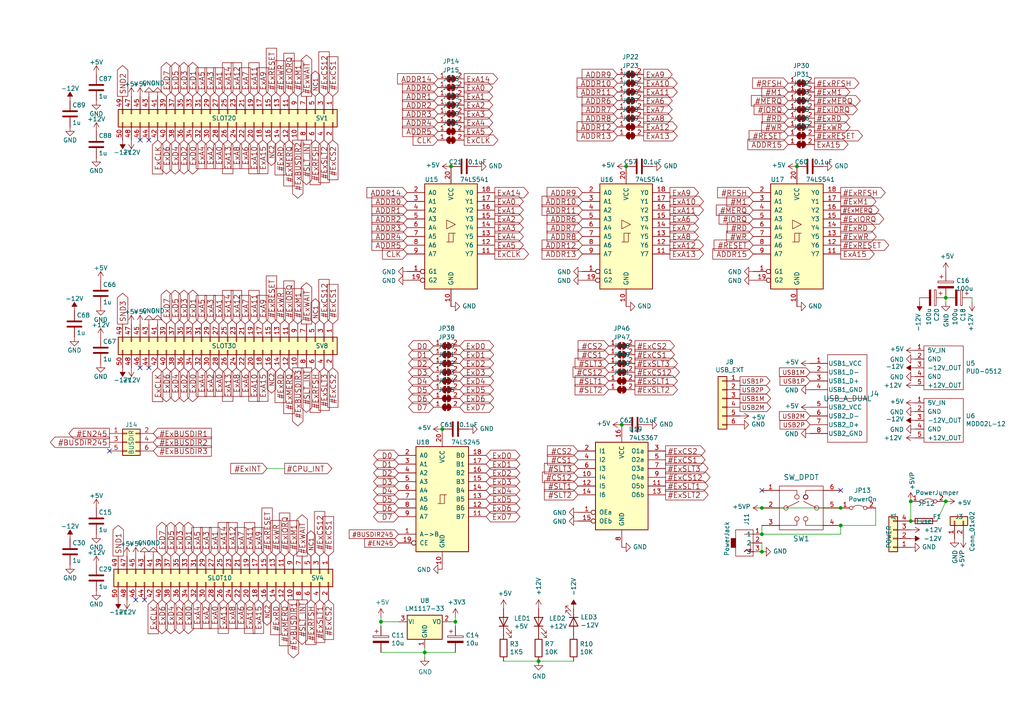
<source format=kicad_sch>
(kicad_sch (version 20211123) (generator eeschema)
  (paper "A4")
  (title_block (title "RetroconT") (date "2020-01-01") (rev "v1.0") (comment 1 "Original Eagle Cad Version by Kevin Cho, ckevin@hanmail.net") (comment 2 "KiCAD by cloudree@naver.com") (comment 3 "for Tower Model"))
  (lib_symbols
    (symbol "74xx:74LS245" (pin_names (offset 1.016))
      (property "Reference" "U" (at -7.62 16.51 0))
      (property "Value" "74LS245" (at -7.62 -16.51 0))
      (symbol "74LS245_1_0"
        (pin input line (at -12.7 -10.16 0) (length 5.08) (name "A->B") (number "1"))
        (pin power_in line (at 0 -20.32 90) (length 5.08) (name "GND") (number "10"))
        (pin tri_state line (at 12.7 -5.08 180) (length 5.08) (name "B7") (number "11"))
        (pin tri_state line (at 12.7 -2.54 180) (length 5.08) (name "B6") (number "12"))
        (pin tri_state line (at 12.7 0 180) (length 5.08) (name "B5") (number "13"))
        (pin tri_state line (at 12.7 2.54 180) (length 5.08) (name "B4") (number "14"))
        (pin tri_state line (at 12.7 5.08 180) (length 5.08) (name "B3") (number "15"))
        (pin tri_state line (at 12.7 7.62 180) (length 5.08) (name "B2") (number "16"))
        (pin tri_state line (at 12.7 10.16 180) (length 5.08) (name "B1") (number "17"))
        (pin tri_state line (at 12.7 12.7 180) (length 5.08) (name "B0") (number "18"))
        (pin input inverted (at -12.7 -12.7 0) (length 5.08) (name "CE") (number "19"))
        (pin tri_state line (at -12.7 12.7 0) (length 5.08) (name "A0") (number "2"))
        (pin power_in line (at 0 20.32 270) (length 5.08) (name "VCC") (number "20"))
        (pin tri_state line (at -12.7 10.16 0) (length 5.08) (name "A1") (number "3"))
        (pin tri_state line (at -12.7 7.62 0) (length 5.08) (name "A2") (number "4"))
        (pin tri_state line (at -12.7 5.08 0) (length 5.08) (name "A3") (number "5"))
        (pin tri_state line (at -12.7 2.54 0) (length 5.08) (name "A4") (number "6"))
        (pin tri_state line (at -12.7 0 0) (length 5.08) (name "A5") (number "7"))
        (pin tri_state line (at -12.7 -2.54 0) (length 5.08) (name "A6") (number "8"))
        (pin tri_state line (at -12.7 -5.08 0) (length 5.08) (name "A7") (number "9"))
      )
    )
    (symbol "74xx:74LS367" (pin_names (offset 1.016))
      (property "Reference" "U" (at -7.62 13.97 0))
      (property "Value" "74LS367" (at -7.62 -13.97 0))
      (symbol "74LS367_1_0"
        (pin input inverted (at -12.7 -7.62 0) (length 5.08) (name "OEa") (number "1"))
        (pin input line (at -12.7 2.54 0) (length 5.08) (name "I4") (number "10"))
        (pin tri_state line (at 12.7 0 180) (length 5.08) (name "O5b") (number "11"))
        (pin input line (at -12.7 0 0) (length 5.08) (name "I5") (number "12"))
        (pin tri_state line (at 12.7 -2.54 180) (length 5.08) (name "O6b") (number "13"))
        (pin input line (at -12.7 -2.54 0) (length 5.08) (name "I6") (number "14"))
        (pin input inverted (at -12.7 -10.16 0) (length 5.08) (name "OEb") (number "15"))
        (pin power_in line (at 0 17.78 270) (length 5.08) (name "VCC") (number "16"))
        (pin input line (at -12.7 10.16 0) (length 5.08) (name "I1") (number "2"))
        (pin tri_state line (at 12.7 10.16 180) (length 5.08) (name "O1a") (number "3"))
        (pin input line (at -12.7 7.62 0) (length 5.08) (name "I2") (number "4"))
        (pin tri_state line (at 12.7 7.62 180) (length 5.08) (name "O2a") (number "5"))
        (pin input line (at -12.7 5.08 0) (length 5.08) (name "I3") (number "6"))
        (pin tri_state line (at 12.7 5.08 180) (length 5.08) (name "O3a") (number "7"))
        (pin power_in line (at 0 -17.78 90) (length 5.08) (name "GND") (number "8"))
        (pin tri_state line (at 12.7 2.54 180) (length 5.08) (name "O4a") (number "9"))
      )
    )
    (symbol "74xx:74LS541" (pin_names (offset 1.016))
      (property "Reference" "U" (at -7.62 16.51 0))
      (property "Value" "74LS541" (at -7.62 -16.51 0))
      (symbol "74LS541_1_0"
        (pin input inverted (at -12.7 -10.16 0) (length 5.08) (name "G1") (number "1"))
        (pin power_in line (at 0 -20.32 90) (length 5.08) (name "GND") (number "10"))
        (pin tri_state line (at 12.7 -5.08 180) (length 5.08) (name "Y7") (number "11"))
        (pin tri_state line (at 12.7 -2.54 180) (length 5.08) (name "Y6") (number "12"))
        (pin tri_state line (at 12.7 0 180) (length 5.08) (name "Y5") (number "13"))
        (pin tri_state line (at 12.7 2.54 180) (length 5.08) (name "Y4") (number "14"))
        (pin tri_state line (at 12.7 5.08 180) (length 5.08) (name "Y3") (number "15"))
        (pin tri_state line (at 12.7 7.62 180) (length 5.08) (name "Y2") (number "16"))
        (pin tri_state line (at 12.7 10.16 180) (length 5.08) (name "Y1") (number "17"))
        (pin tri_state line (at 12.7 12.7 180) (length 5.08) (name "Y0") (number "18"))
        (pin input inverted (at -12.7 -12.7 0) (length 5.08) (name "G2") (number "19"))
        (pin input line (at -12.7 12.7 0) (length 5.08) (name "A0") (number "2"))
        (pin power_in line (at 0 20.32 270) (length 5.08) (name "VCC") (number "20"))
        (pin input line (at -12.7 10.16 0) (length 5.08) (name "A1") (number "3"))
        (pin input line (at -12.7 7.62 0) (length 5.08) (name "A2") (number "4"))
        (pin input line (at -12.7 5.08 0) (length 5.08) (name "A3") (number "5"))
        (pin input line (at -12.7 2.54 0) (length 5.08) (name "A4") (number "6"))
        (pin input line (at -12.7 0 0) (length 5.08) (name "A5") (number "7"))
        (pin input line (at -12.7 -2.54 0) (length 5.08) (name "A6") (number "8"))
        (pin input line (at -12.7 -5.08 0) (length 5.08) (name "A7") (number "9"))
      )
    )
    (symbol "Connector_Generic:Conn_01x02" (pin_names (offset 1.016) hide)
      (property "Reference" "J" (at 0 2.54 0))
      (property "Value" "Conn_01x02" (at 0 -5.08 0))
      (symbol "Conn_01x02_1_1"
        (pin passive line (at -5.08 0 0) (length 3.81) (name "Pin_1") (number "1"))
        (pin passive line (at -5.08 -2.54 0) (length 3.81) (name "Pin_2") (number "2"))
      )
    )
    (symbol "Connector_Generic:Conn_01x04" (pin_names (offset 1.016) hide)
      (property "Reference" "J" (at 0 5.08 0))
      (property "Value" "Conn_01x04" (at 0 -7.62 0))
      (symbol "Conn_01x04_1_1"
        (pin passive line (at -5.08 2.54 0) (length 3.81) (name "Pin_1") (number "1"))
        (pin passive line (at -5.08 0 0) (length 3.81) (name "Pin_2") (number "2"))
        (pin passive line (at -5.08 -2.54 0) (length 3.81) (name "Pin_3") (number "3"))
        (pin passive line (at -5.08 -5.08 0) (length 3.81) (name "Pin_4") (number "4"))
      )
    )
    (symbol "Connector_Generic:Conn_01x06" (pin_names (offset 1.016) hide)
      (property "Reference" "J" (at 0 7.62 0))
      (property "Value" "Conn_01x06" (at 0 -10.16 0))
      (symbol "Conn_01x06_1_1"
        (pin passive line (at -5.08 5.08 0) (length 3.81) (name "Pin_1") (number "1"))
        (pin passive line (at -5.08 2.54 0) (length 3.81) (name "Pin_2") (number "2"))
        (pin passive line (at -5.08 0 0) (length 3.81) (name "Pin_3") (number "3"))
        (pin passive line (at -5.08 -2.54 0) (length 3.81) (name "Pin_4") (number "4"))
        (pin passive line (at -5.08 -5.08 0) (length 3.81) (name "Pin_5") (number "5"))
        (pin passive line (at -5.08 -7.62 0) (length 3.81) (name "Pin_6") (number "6"))
      )
    )
    (symbol "Connector_Generic:Conn_02x03_Odd_Even" (pin_names (offset 1.016) hide)
      (property "Reference" "J" (at 1.27 5.08 0))
      (property "Value" "Conn_02x03_Odd_Even" (at 1.27 -5.08 0))
      (symbol "Conn_02x03_Odd_Even_1_1"
        (pin passive line (at -5.08 2.54 0) (length 3.81) (name "Pin_1") (number "1"))
        (pin passive line (at 7.62 2.54 180) (length 3.81) (name "Pin_2") (number "2"))
        (pin passive line (at -5.08 0 0) (length 3.81) (name "Pin_3") (number "3"))
        (pin passive line (at 7.62 0 180) (length 3.81) (name "Pin_4") (number "4"))
        (pin passive line (at -5.08 -2.54 0) (length 3.81) (name "Pin_5") (number "5"))
        (pin passive line (at 7.62 -2.54 180) (length 3.81) (name "Pin_6") (number "6"))
      )
    )
    (symbol "Connector_Generic:Conn_02x25_Odd_Even" (pin_names (offset 1.016) hide)
      (property "Reference" "J" (at 1.27 33.02 0))
      (property "Value" "Conn_02x25_Odd_Even" (at 1.27 -33.02 0))
      (symbol "Conn_02x25_Odd_Even_1_1"
        (pin passive line (at -5.08 30.48 0) (length 3.81) (name "Pin_1") (number "1"))
        (pin passive line (at 7.62 20.32 180) (length 3.81) (name "Pin_10") (number "10"))
        (pin passive line (at -5.08 17.78 0) (length 3.81) (name "Pin_11") (number "11"))
        (pin passive line (at 7.62 17.78 180) (length 3.81) (name "Pin_12") (number "12"))
        (pin passive line (at -5.08 15.24 0) (length 3.81) (name "Pin_13") (number "13"))
        (pin passive line (at 7.62 15.24 180) (length 3.81) (name "Pin_14") (number "14"))
        (pin passive line (at -5.08 12.7 0) (length 3.81) (name "Pin_15") (number "15"))
        (pin passive line (at 7.62 12.7 180) (length 3.81) (name "Pin_16") (number "16"))
        (pin passive line (at -5.08 10.16 0) (length 3.81) (name "Pin_17") (number "17"))
        (pin passive line (at 7.62 10.16 180) (length 3.81) (name "Pin_18") (number "18"))
        (pin passive line (at -5.08 7.62 0) (length 3.81) (name "Pin_19") (number "19"))
        (pin passive line (at 7.62 30.48 180) (length 3.81) (name "Pin_2") (number "2"))
        (pin passive line (at 7.62 7.62 180) (length 3.81) (name "Pin_20") (number "20"))
        (pin passive line (at -5.08 5.08 0) (length 3.81) (name "Pin_21") (number "21"))
        (pin passive line (at 7.62 5.08 180) (length 3.81) (name "Pin_22") (number "22"))
        (pin passive line (at -5.08 2.54 0) (length 3.81) (name "Pin_23") (number "23"))
        (pin passive line (at 7.62 2.54 180) (length 3.81) (name "Pin_24") (number "24"))
        (pin passive line (at -5.08 0 0) (length 3.81) (name "Pin_25") (number "25"))
        (pin passive line (at 7.62 0 180) (length 3.81) (name "Pin_26") (number "26"))
        (pin passive line (at -5.08 -2.54 0) (length 3.81) (name "Pin_27") (number "27"))
        (pin passive line (at 7.62 -2.54 180) (length 3.81) (name "Pin_28") (number "28"))
        (pin passive line (at -5.08 -5.08 0) (length 3.81) (name "Pin_29") (number "29"))
        (pin passive line (at -5.08 27.94 0) (length 3.81) (name "Pin_3") (number "3"))
        (pin passive line (at 7.62 -5.08 180) (length 3.81) (name "Pin_30") (number "30"))
        (pin passive line (at -5.08 -7.62 0) (length 3.81) (name "Pin_31") (number "31"))
        (pin passive line (at 7.62 -7.62 180) (length 3.81) (name "Pin_32") (number "32"))
        (pin passive line (at -5.08 -10.16 0) (length 3.81) (name "Pin_33") (number "33"))
        (pin passive line (at 7.62 -10.16 180) (length 3.81) (name "Pin_34") (number "34"))
        (pin passive line (at -5.08 -12.7 0) (length 3.81) (name "Pin_35") (number "35"))
        (pin passive line (at 7.62 -12.7 180) (length 3.81) (name "Pin_36") (number "36"))
        (pin passive line (at -5.08 -15.24 0) (length 3.81) (name "Pin_37") (number "37"))
        (pin passive line (at 7.62 -15.24 180) (length 3.81) (name "Pin_38") (number "38"))
        (pin passive line (at -5.08 -17.78 0) (length 3.81) (name "Pin_39") (number "39"))
        (pin passive line (at 7.62 27.94 180) (length 3.81) (name "Pin_4") (number "4"))
        (pin passive line (at 7.62 -17.78 180) (length 3.81) (name "Pin_40") (number "40"))
        (pin passive line (at -5.08 -20.32 0) (length 3.81) (name "Pin_41") (number "41"))
        (pin passive line (at 7.62 -20.32 180) (length 3.81) (name "Pin_42") (number "42"))
        (pin passive line (at -5.08 -22.86 0) (length 3.81) (name "Pin_43") (number "43"))
        (pin passive line (at 7.62 -22.86 180) (length 3.81) (name "Pin_44") (number "44"))
        (pin passive line (at -5.08 -25.4 0) (length 3.81) (name "Pin_45") (number "45"))
        (pin passive line (at 7.62 -25.4 180) (length 3.81) (name "Pin_46") (number "46"))
        (pin passive line (at -5.08 -27.94 0) (length 3.81) (name "Pin_47") (number "47"))
        (pin passive line (at 7.62 -27.94 180) (length 3.81) (name "Pin_48") (number "48"))
        (pin passive line (at -5.08 -30.48 0) (length 3.81) (name "Pin_49") (number "49"))
        (pin passive line (at -5.08 25.4 0) (length 3.81) (name "Pin_5") (number "5"))
        (pin passive line (at 7.62 -30.48 180) (length 3.81) (name "Pin_50") (number "50"))
        (pin passive line (at 7.62 25.4 180) (length 3.81) (name "Pin_6") (number "6"))
        (pin passive line (at -5.08 22.86 0) (length 3.81) (name "Pin_7") (number "7"))
        (pin passive line (at 7.62 22.86 180) (length 3.81) (name "Pin_8") (number "8"))
        (pin passive line (at -5.08 20.32 0) (length 3.81) (name "Pin_9") (number "9"))
      )
    )
    (symbol "Device:C" (pin_numbers hide) (pin_names (offset 0.254))
      (property "Reference" "C" (at 0.635 2.54 0))
      (property "Value" "C" (at 0.635 -2.54 0))
      (symbol "C_1_1"
        (pin passive line (at 0 3.81 270) (length 2.794) (name "~") (number "1"))
        (pin passive line (at 0 -3.81 90) (length 2.794) (name "~") (number "2"))
      )
    )
    (symbol "Device:CP" (pin_numbers hide) (pin_names (offset 0.254))
      (property "Reference" "C" (at 0.635 2.54 0))
      (property "Value" "Device_CP" (at 0.635 -2.54 0))
      (symbol "CP_1_1"
        (pin passive line (at 0 3.81 270) (length 2.794) (name "~") (number "1"))
        (pin passive line (at 0 -3.81 90) (length 2.794) (name "~") (number "2"))
      )
    )
    (symbol "Device:Fuse" (pin_numbers hide) (pin_names (offset 0))
      (property "Reference" "F" (at 2.032 0 90))
      (property "Value" "Fuse" (at -1.905 0 90))
      (symbol "Fuse_1_1"
        (pin passive line (at 0 3.81 270) (length 1.27) (name "~") (number "1"))
        (pin passive line (at 0 -3.81 90) (length 1.27) (name "~") (number "2"))
      )
    )
    (symbol "Device:LED" (pin_numbers hide) (pin_names (offset 1.016) hide)
      (property "Reference" "D" (at 0 2.54 0))
      (property "Value" "LED" (at 0 -2.54 0))
      (symbol "LED_1_1"
        (pin passive line (at -3.81 0 0) (length 2.54) (name "K") (number "1"))
        (pin passive line (at 3.81 0 180) (length 2.54) (name "A") (number "2"))
      )
    )
    (symbol "Device:R" (pin_numbers hide) (pin_names (offset 0))
      (property "Reference" "R" (at 2.032 0 90))
      (property "Value" "R" (at 0 0 90))
      (symbol "R_1_1"
        (pin passive line (at 0 3.81 270) (length 1.27) (name "~") (number "1"))
        (pin passive line (at 0 -3.81 90) (length 1.27) (name "~") (number "2"))
      )
    )
    (symbol "Jumper:Jumper_2_Bridged" (pin_names (offset 0) hide)
      (property "Reference" "JP" (at 0 1.905 0))
      (property "Value" "Jumper_2_Bridged" (at 0 -2.54 0))
      (symbol "Jumper_2_Bridged_1_1"
        (pin passive line (at -5.08 0 0) (length 2.54) (name "A") (number "1"))
        (pin passive line (at 5.08 0 180) (length 2.54) (name "B") (number "2"))
      )
    )
    (symbol "Jumper:SolderJumper_2_Bridged" (pin_names (offset 0) hide)
      (property "Reference" "JP" (at 0 2.032 0))
      (property "Value" "SolderJumper_2_Bridged" (at 0 -2.54 0))
      (symbol "SolderJumper_2_Bridged_1_1"
        (pin passive line (at -3.81 0 0) (length 2.54) (name "A") (number "1"))
        (pin passive line (at 3.81 0 180) (length 2.54) (name "B") (number "2"))
      )
    )
    (symbol "Regulator_Linear:AP1117-33" (pin_names (offset 0.254))
      (property "Reference" "U" (at -3.81 3.175 0))
      (property "Value" "AP1117-33" (at 0 3.175 0))
      (symbol "AP1117-33_1_1"
        (pin power_in line (at 0 -7.62 90) (length 2.54) (name "GND") (number "1"))
        (pin power_out line (at 7.62 0 180) (length 2.54) (name "VO") (number "2"))
        (pin power_in line (at -7.62 0 0) (length 2.54) (name "VI") (number "3"))
      )
    )
    (symbol "RetroConT-rescue:MDD02L-12-cloudree_dcdc" (pin_names (offset 1.016))
      (property "Reference" "U" (at 0 11.43 0))
      (property "Value" "MDD02L-12-cloudree_dcdc" (at 0 8.89 0))
      (symbol "MDD02L-12-cloudree_dcdc_1_1"
        (pin power_in line (at -7.62 5.08 0) (length 2.54) (name "5V_IN") (number "1"))
        (pin power_in line (at -7.62 2.54 0) (length 2.54) (name "GND") (number "2"))
        (pin power_out line (at -7.62 0 0) (length 2.54) (name "-12V_OUT") (number "3"))
        (pin power_out line (at -7.62 -2.54 0) (length 2.54) (name "GND") (number "4"))
        (pin power_out line (at -7.62 -5.08 0) (length 2.54) (name "+12V_OUT") (number "5"))
      )
    )
    (symbol "RetroConT-rescue:PUD-0512-cloudree_dcdc" (pin_names (offset 1.016))
      (property "Reference" "U" (at 0 11.43 0))
      (property "Value" "PUD-0512-cloudree_dcdc" (at 0 8.89 0))
      (symbol "PUD-0512-cloudree_dcdc_1_1"
        (pin power_in line (at -7.62 5.08 0) (length 2.54) (name "5V_IN") (number "1"))
        (pin power_in line (at -7.62 2.54 0) (length 2.54) (name "GND") (number "2"))
        (pin power_out line (at -7.62 0 0) (length 2.54) (name "-12V_OUT") (number "3"))
        (pin power_out line (at -7.62 -2.54 0) (length 2.54) (name "GND") (number "4"))
        (pin power_out line (at -7.62 -5.08 0) (length 2.54) (name "+12V_OUT") (number "5"))
      )
    )
    (symbol "cloudree_conn:AudioJack_Ground_Switch"
      (property "Reference" "J" (at 0 6.35 0))
      (property "Value" "AudioJack_Ground_Switch" (at 0 3.81 0))
      (symbol "AudioJack_Ground_Switch_1_1"
        (pin passive line (at 5.08 -5.08 180) (length 2.54) (name "1") (number "1"))
        (pin passive line (at 5.08 -2.54 180) (length 2.54) (name "2") (number "2"))
        (pin passive line (at 5.08 0 180) (length 2.54) (name "3") (number "3"))
      )
    )
    (symbol "cloudree_conn:USB_A_DUAL" (pin_names (offset 0.2032))
      (property "Reference" "J" (at 0 12.7 0))
      (property "Value" "USB_A_DUAL" (at 0 15.24 0))
      (symbol "USB_A_DUAL_1_1"
        (pin output line (at -10.16 8.89 0) (length 5.08) (name "USB1_VCC") (number "1"))
        (pin output line (at -10.16 6.35 0) (length 5.08) (name "USB1_D-") (number "2"))
        (pin output line (at -10.16 3.81 0) (length 5.08) (name "USB1_D+") (number "3"))
        (pin output line (at -10.16 1.27 0) (length 5.08) (name "USB1_GND") (number "4"))
        (pin output line (at -10.16 -3.81 0) (length 5.08) (name "USB2_VCC") (number "5"))
        (pin output line (at -10.16 -6.35 0) (length 5.08) (name "USB2_D-") (number "6"))
        (pin output line (at -10.16 -8.89 0) (length 5.08) (name "USB2_D+") (number "7"))
        (pin output line (at -10.16 -11.43 0) (length 5.08) (name "USB2_GND") (number "8"))
      )
    )
    (symbol "cloudree_switch:SW_DPDT" (pin_names (offset 1.016))
      (property "Reference" "SW" (at 0 -8.89 0))
      (property "Value" "SW_DPDT" (at 0 8.89 0))
      (symbol "SW_DPDT_1_1"
        (pin bidirectional line (at -11.43 5.08 0) (length 5.08) (name "~") (number "1"))
        (pin bidirectional line (at -11.43 0 0) (length 5.08) (name "~") (number "2"))
        (pin bidirectional line (at -11.43 -5.08 0) (length 5.08) (name "~") (number "3"))
        (pin bidirectional line (at 11.43 -5.08 180) (length 5.08) (name "~") (number "4"))
        (pin bidirectional line (at 11.43 0 180) (length 5.08) (name "~") (number "5"))
        (pin bidirectional line (at 11.43 5.08 180) (length 5.08) (name "~") (number "6"))
      )
    )
    (symbol "power:+12V" (power) (pin_names (offset 0))
      (property "Value" "+12V" (at 0 3.556 0))
      (symbol "+12V_1_1"
        (pin power_in line (at 0 0 90) (length 0) hide (name "+12V") (number "1"))
      )
    )
    (symbol "power:+3.3V" (power) (pin_names (offset 0))
      (property "Value" "+3.3V" (at 0 3.556 0))
      (symbol "+3.3V_1_1"
        (pin power_in line (at 0 0 90) (length 0) hide (name "+3V3") (number "1"))
      )
    )
    (symbol "power:+5V" (power) (pin_names (offset 0))
      (property "Value" "+5V" (at 0 3.556 0))
      (symbol "+5V_1_1"
        (pin power_in line (at 0 0 90) (length 0) hide (name "+5V") (number "1"))
      )
    )
    (symbol "power:+5VP" (power) (pin_names (offset 0))
      (property "Value" "+5VP" (at 0 3.556 0))
      (symbol "+5VP_1_1"
        (pin power_in line (at 0 0 90) (length 0) hide (name "+5VP") (number "1"))
      )
    )
    (symbol "power:-12V" (power) (pin_names (offset 0))
      (property "Value" "-12V" (at 0 3.81 0))
      (symbol "-12V_0_0"
        (pin power_in line (at 0 0 90) (length 0) hide (name "-12V") (number "1"))
      )
    )
    (symbol "power:GND" (power) (pin_names (offset 0))
      (property "Value" "GND" (at 0 -3.81 0))
      (symbol "GND_1_1"
        (pin power_in line (at 0 0 270) (length 0) hide (name "GND") (number "1"))
      )
    )
  )
  (junction (at 243.84 152.4))
  (junction (at 264.16 151.13))
  (junction (at 156.21 191.77))
  (junction (at 130.81 48.26))
  (junction (at 132.08 180.34))
  (junction (at 220.98 154.94))
  (junction (at 243.84 147.32))
  (junction (at 180.34 123.19))
  (junction (at 110.49 180.34))
  (junction (at 274.32 86.36))
  (junction (at 128.27 124.46))
  (junction (at 231.14 48.26))
  (junction (at 181.61 48.26))
  (junction (at 264.16 145.415))
  (junction (at 123.19 189.23))
  (junction (at 220.98 160.02))
  (junction (at 220.98 147.32))
  (junction (at 274.32 145.415))
  (no_connect (at 41.91 173.99))
  (no_connect (at 40.64 106.68))
  (no_connect (at 40.64 40.64))
  (no_connect (at 39.37 173.99))
  (no_connect (at 31.75 130.81))
  (no_connect (at 220.98 142.24))
  (no_connect (at 243.84 142.24))
  (no_connect (at 43.18 106.68))
  (no_connect (at 43.18 40.64))
  (wire (pts (xy 123.19 189.23) (xy 132.08 189.23)))
  (wire (pts (xy 132.08 179.07) (xy 132.08 180.34)))
  (wire (pts (xy 156.21 191.77) (xy 146.05 191.77)))
  (wire (pts (xy 123.19 189.23) (xy 123.19 190.5)))
  (wire (pts (xy 281.94 87.63) (xy 281.94 86.36)))
  (wire (pts (xy 220.98 160.02) (xy 220.98 157.48)))
  (wire (pts (xy 264.16 151.13) (xy 264.16 145.415)))
  (wire (pts (xy 77.47 135.89) (xy 82.55 135.89)))
  (wire (pts (xy 274.32 145.415) (xy 271.78 151.13)))
  (wire (pts (xy 132.08 180.34) (xy 132.08 181.61)))
  (wire (pts (xy 220.98 154.94) (xy 243.84 154.94)))
  (wire (pts (xy 115.57 180.34) (xy 110.49 180.34)))
  (wire (pts (xy 220.98 152.4) (xy 220.98 154.94)))
  (wire (pts (xy 110.49 189.23) (xy 123.19 189.23)))
  (wire (pts (xy 274.32 87.63) (xy 274.32 86.36)))
  (wire (pts (xy 123.19 187.96) (xy 123.19 189.23)))
  (wire (pts (xy 243.84 154.94) (xy 243.84 152.4)))
  (wire (pts (xy 110.49 181.61) (xy 110.49 180.34)))
  (wire (pts (xy 132.08 180.34) (xy 130.81 180.34)))
  (wire (pts (xy 110.49 180.34) (xy 110.49 179.07)))
  (wire (pts (xy 254 152.4) (xy 243.84 152.4)))
  (wire (pts (xy 266.7 87.63) (xy 266.7 86.36)))
  (wire (pts (xy 220.98 147.32) (xy 243.84 147.32)))
  (wire (pts (xy 166.37 191.77) (xy 156.21 191.77)))
  (wire (pts (xy 254 147.32) (xy 254 152.4)))
  (global_label "ExD7" (shape bidirectional) (at 48.26 93.98 90) (effects (font (size 1.524 1.524))) (property "Intersheet References" "${INTERSHEET_REFS}" (effects hide)))
  (global_label "#ExCS1" (shape input) (at 96.52 93.98 90) (effects (font (size 1.524 1.524))) (property "Intersheet References" "${INTERSHEET_REFS}" (effects hide)))
  (global_label "ExA5" (shape input) (at 58.42 27.94 90) (effects (font (size 1.524 1.524))) (property "Intersheet References" "${INTERSHEET_REFS}" (effects hide)))
  (global_label "ExA3" (shape input) (at 60.96 27.94 90) (effects (font (size 1.524 1.524))) (property "Intersheet References" "${INTERSHEET_REFS}" (effects hide)))
  (global_label "ADDR0" (shape input) (at 118.11 58.42 180) (effects (font (size 1.524 1.524))) (property "Intersheet References" "${INTERSHEET_REFS}" (effects hide)))
  (global_label "ExD5" (shape bidirectional) (at 140.97 144.78 0) (effects (font (size 1.524 1.524))) (property "Intersheet References" "${INTERSHEET_REFS}" (effects hide)))
  (global_label "ExD2" (shape bidirectional) (at 53.34 40.64 270) (effects (font (size 1.524 1.524))) (property "Intersheet References" "${INTERSHEET_REFS}" (effects hide)))
  (global_label "ExCLK" (shape output) (at 134.62 40.64 0) (effects (font (size 1.524 1.524))) (property "Intersheet References" "${INTERSHEET_REFS}" (effects hide)))
  (global_label "ExA10" (shape input) (at 72.39 173.99 270) (effects (font (size 1.524 1.524))) (property "Intersheet References" "${INTERSHEET_REFS}" (effects hide)))
  (global_label "ADDR6" (shape input) (at 179.07 29.21 180) (effects (font (size 1.524 1.524))) (property "Intersheet References" "${INTERSHEET_REFS}" (effects hide)))
  (global_label "#IORQ" (shape input) (at 228.6 31.75 180) (effects (font (size 1.524 1.524))) (property "Intersheet References" "${INTERSHEET_REFS}" (effects hide)))
  (global_label "ExA2" (shape output) (at 134.62 30.48 0) (effects (font (size 1.524 1.524))) (property "Intersheet References" "${INTERSHEET_REFS}" (effects hide)))
  (global_label "#SLT1" (shape input) (at 167.64 140.97 180) (effects (font (size 1.524 1.524))) (property "Intersheet References" "${INTERSHEET_REFS}" (effects hide)))
  (global_label "ExD5" (shape bidirectional) (at 133.35 113.03 0) (effects (font (size 1.524 1.524))) (property "Intersheet References" "${INTERSHEET_REFS}" (effects hide)))
  (global_label "#ExINT" (shape input) (at 77.47 135.89 180) (effects (font (size 1.524 1.524))) (property "Intersheet References" "${INTERSHEET_REFS}" (effects hide)))
  (global_label "#IORQ" (shape input) (at 218.44 63.5 180) (effects (font (size 1.524 1.524))) (property "Intersheet References" "${INTERSHEET_REFS}" (effects hide)))
  (global_label "ExA14" (shape output) (at 143.51 55.88 0) (effects (font (size 1.524 1.524))) (property "Intersheet References" "${INTERSHEET_REFS}" (effects hide)))
  (global_label "ExA1" (shape output) (at 134.62 27.94 0) (effects (font (size 1.524 1.524))) (property "Intersheet References" "${INTERSHEET_REFS}" (effects hide)))
  (global_label "ExA7" (shape output) (at 186.69 31.75 0) (effects (font (size 1.524 1.524))) (property "Intersheet References" "${INTERSHEET_REFS}" (effects hide)))
  (global_label "ExA4" (shape input) (at 57.15 173.99 270) (effects (font (size 1.524 1.524))) (property "Intersheet References" "${INTERSHEET_REFS}" (effects hide)))
  (global_label "ExA11" (shape output) (at 194.31 60.96 0) (effects (font (size 1.524 1.524))) (property "Intersheet References" "${INTERSHEET_REFS}" (effects hide)))
  (global_label "ExA0" (shape input) (at 63.5 106.68 270) (effects (font (size 1.524 1.524))) (property "Intersheet References" "${INTERSHEET_REFS}" (effects hide)))
  (global_label "ADDR15" (shape input) (at 228.6 41.91 180) (effects (font (size 1.524 1.524))) (property "Intersheet References" "${INTERSHEET_REFS}" (effects hide)))
  (global_label "#ExIORQ" (shape input) (at 82.55 161.29 90) (effects (font (size 1.524 1.524))) (property "Intersheet References" "${INTERSHEET_REFS}" (effects hide)))
  (global_label "#ExBUSDIR3" (shape input) (at 44.45 130.81 0) (effects (font (size 1.524 1.524))) (property "Intersheet References" "${INTERSHEET_REFS}" (effects hide)))
  (global_label "ADDR3" (shape input) (at 127 33.02 180) (effects (font (size 1.524 1.524))) (property "Intersheet References" "${INTERSHEET_REFS}" (effects hide)))
  (global_label "NC2" (shape bidirectional) (at 78.74 106.68 270) (property "Intersheet References" "${INTERSHEET_REFS}" (effects hide)))
  (global_label "ExA6" (shape input) (at 71.12 106.68 270) (effects (font (size 1.524 1.524))) (property "Intersheet References" "${INTERSHEET_REFS}" (effects hide)))
  (global_label "USB1M" (shape input) (at 234.95 107.95 180) (property "Intersheet References" "${INTERSHEET_REFS}" (effects hide)))
  (global_label "ExD7" (shape bidirectional) (at 48.26 27.94 90) (effects (font (size 1.524 1.524))) (property "Intersheet References" "${INTERSHEET_REFS}" (effects hide)))
  (global_label "#RD" (shape input) (at 218.44 66.04 180) (effects (font (size 1.524 1.524))) (property "Intersheet References" "${INTERSHEET_REFS}" (effects hide)))
  (global_label "#ExCS2" (shape output) (at 193.04 130.81 0) (effects (font (size 1.524 1.524))) (property "Intersheet References" "${INTERSHEET_REFS}" (effects hide)))
  (global_label "#ExMERQ" (shape input) (at 82.55 173.99 270) (effects (font (size 1.524 1.524))) (property "Intersheet References" "${INTERSHEET_REFS}" (effects hide)))
  (global_label "#ExRESET" (shape output) (at 243.84 71.12 0) (effects (font (size 1.524 1.524))) (property "Intersheet References" "${INTERSHEET_REFS}" (effects hide)))
  (global_label "#CPU_INT" (shape output) (at 82.55 135.89 0) (effects (font (size 1.524 1.524))) (property "Intersheet References" "${INTERSHEET_REFS}" (effects hide)))
  (global_label "ExD0" (shape bidirectional) (at 55.88 40.64 270) (effects (font (size 1.524 1.524))) (property "Intersheet References" "${INTERSHEET_REFS}" (effects hide)))
  (global_label "#SLT2" (shape input) (at 176.53 113.03 180) (effects (font (size 1.524 1.524))) (property "Intersheet References" "${INTERSHEET_REFS}" (effects hide)))
  (global_label "ExD6" (shape bidirectional) (at 46.99 173.99 270) (effects (font (size 1.524 1.524))) (property "Intersheet References" "${INTERSHEET_REFS}" (effects hide)))
  (global_label "USB1P" (shape input) (at 234.95 110.49 180) (property "Intersheet References" "${INTERSHEET_REFS}" (effects hide)))
  (global_label "ADDR8" (shape input) (at 179.07 34.29 180) (effects (font (size 1.524 1.524))) (property "Intersheet References" "${INTERSHEET_REFS}" (effects hide)))
  (global_label "ExD2" (shape bidirectional) (at 53.34 106.68 270) (effects (font (size 1.524 1.524))) (property "Intersheet References" "${INTERSHEET_REFS}" (effects hide)))
  (global_label "ExD5" (shape bidirectional) (at 50.8 93.98 90) (effects (font (size 1.524 1.524))) (property "Intersheet References" "${INTERSHEET_REFS}" (effects hide)))
  (global_label "ExA5" (shape output) (at 134.62 38.1 0) (effects (font (size 1.524 1.524))) (property "Intersheet References" "${INTERSHEET_REFS}" (effects hide)))
  (global_label "#ExRESET" (shape output) (at 236.22 39.37 0) (effects (font (size 1.524 1.524))) (property "Intersheet References" "${INTERSHEET_REFS}" (effects hide)))
  (global_label "ExA13" (shape input) (at 64.77 173.99 270) (effects (font (size 1.524 1.524))) (property "Intersheet References" "${INTERSHEET_REFS}" (effects hide)))
  (global_label "USB2M" (shape input) (at 234.95 120.65 180) (property "Intersheet References" "${INTERSHEET_REFS}" (effects hide)))
  (global_label "#ExRD" (shape output) (at 243.84 66.04 0) (effects (font (size 1.524 1.524))) (property "Intersheet References" "${INTERSHEET_REFS}" (effects hide)))
  (global_label "ExA7" (shape input) (at 69.85 161.29 90) (effects (font (size 1.524 1.524))) (property "Intersheet References" "${INTERSHEET_REFS}" (effects hide)))
  (global_label "ExD7" (shape bidirectional) (at 46.99 161.29 90) (effects (font (size 1.524 1.524))) (property "Intersheet References" "${INTERSHEET_REFS}" (effects hide)))
  (global_label "ExA15" (shape output) (at 236.22 41.91 0) (effects (font (size 1.524 1.524))) (property "Intersheet References" "${INTERSHEET_REFS}" (effects hide)))
  (global_label "ExD7" (shape bidirectional) (at 140.97 149.86 0) (effects (font (size 1.524 1.524))) (property "Intersheet References" "${INTERSHEET_REFS}" (effects hide)))
  (global_label "ExA5" (shape input) (at 58.42 93.98 90) (effects (font (size 1.524 1.524))) (property "Intersheet References" "${INTERSHEET_REFS}" (effects hide)))
  (global_label "#EN245" (shape output) (at 31.75 125.73 180) (effects (font (size 1.524 1.524))) (property "Intersheet References" "${INTERSHEET_REFS}" (effects hide)))
  (global_label "#ExIORQ" (shape input) (at 83.82 27.94 90) (effects (font (size 1.524 1.524))) (property "Intersheet References" "${INTERSHEET_REFS}" (effects hide)))
  (global_label "#RFSH" (shape input) (at 218.44 55.88 180) (effects (font (size 1.524 1.524))) (property "Intersheet References" "${INTERSHEET_REFS}" (effects hide)))
  (global_label "ExD2" (shape bidirectional) (at 140.97 137.16 0) (effects (font (size 1.524 1.524))) (property "Intersheet References" "${INTERSHEET_REFS}" (effects hide)))
  (global_label "#ExRD" (shape input) (at 81.28 106.68 270) (effects (font (size 1.524 1.524))) (property "Intersheet References" "${INTERSHEET_REFS}" (effects hide)))
  (global_label "D7" (shape bidirectional) (at 115.57 149.86 180) (effects (font (size 1.524 1.524))) (property "Intersheet References" "${INTERSHEET_REFS}" (effects hide)))
  (global_label "ExD0" (shape bidirectional) (at 54.61 173.99 270) (effects (font (size 1.524 1.524))) (property "Intersheet References" "${INTERSHEET_REFS}" (effects hide)))
  (global_label "#ExBUSDIR1" (shape output) (at 85.09 173.99 270) (effects (font (size 1.524 1.524))) (property "Intersheet References" "${INTERSHEET_REFS}" (effects hide)))
  (global_label "ExD6" (shape bidirectional) (at 140.97 147.32 0) (effects (font (size 1.524 1.524))) (property "Intersheet References" "${INTERSHEET_REFS}" (effects hide)))
  (global_label "ADDR0" (shape input) (at 127 25.4 180) (effects (font (size 1.524 1.524))) (property "Intersheet References" "${INTERSHEET_REFS}" (effects hide)))
  (global_label "D0" (shape bidirectional) (at 125.73 100.33 180) (effects (font (size 1.524 1.524))) (property "Intersheet References" "${INTERSHEET_REFS}" (effects hide)))
  (global_label "ExA15" (shape output) (at 243.84 73.66 0) (effects (font (size 1.524 1.524))) (property "Intersheet References" "${INTERSHEET_REFS}" (effects hide)))
  (global_label "#ExRFSH" (shape output) (at 243.84 55.88 0) (effects (font (size 1.524 1.524))) (property "Intersheet References" "${INTERSHEET_REFS}" (effects hide)))
  (global_label "#ExM1" (shape input) (at 86.36 93.98 90) (effects (font (size 1.524 1.524))) (property "Intersheet References" "${INTERSHEET_REFS}" (effects hide)))
  (global_label "#ExSLT3" (shape output) (at 193.04 135.89 0) (effects (font (size 1.524 1.524))) (property "Intersheet References" "${INTERSHEET_REFS}" (effects hide)))
  (global_label "ExA6" (shape input) (at 69.85 173.99 270) (effects (font (size 1.524 1.524))) (property "Intersheet References" "${INTERSHEET_REFS}" (effects hide)))
  (global_label "#ExRFSH" (shape input) (at 90.17 173.99 270) (effects (font (size 1.524 1.524))) (property "Intersheet References" "${INTERSHEET_REFS}" (effects hide)))
  (global_label "#CS2" (shape input) (at 167.64 130.81 180) (effects (font (size 1.524 1.524))) (property "Intersheet References" "${INTERSHEET_REFS}" (effects hide)))
  (global_label "ExA7" (shape output) (at 194.31 66.04 0) (effects (font (size 1.524 1.524))) (property "Intersheet References" "${INTERSHEET_REFS}" (effects hide)))
  (global_label "#ExM1" (shape output) (at 236.22 26.67 0) (effects (font (size 1.524 1.524))) (property "Intersheet References" "${INTERSHEET_REFS}" (effects hide)))
  (global_label "ADDR15" (shape input) (at 218.44 73.66 180) (effects (font (size 1.524 1.524))) (property "Intersheet References" "${INTERSHEET_REFS}" (effects hide)))
  (global_label "ADDR10" (shape input) (at 168.91 58.42 180) (effects (font (size 1.524 1.524))) (property "Intersheet References" "${INTERSHEET_REFS}" (effects hide)))
  (global_label "ExD0" (shape bidirectional) (at 55.88 106.68 270) (effects (font (size 1.524 1.524))) (property "Intersheet References" "${INTERSHEET_REFS}" (effects hide)))
  (global_label "ExA1" (shape output) (at 143.51 60.96 0) (effects (font (size 1.524 1.524))) (property "Intersheet References" "${INTERSHEET_REFS}" (effects hide)))
  (global_label "ExA12" (shape input) (at 68.58 27.94 90) (effects (font (size 1.524 1.524))) (property "Intersheet References" "${INTERSHEET_REFS}" (effects hide)))
  (global_label "ADDR12" (shape input) (at 179.07 36.83 180) (effects (font (size 1.524 1.524))) (property "Intersheet References" "${INTERSHEET_REFS}" (effects hide)))
  (global_label "D1" (shape bidirectional) (at 115.57 134.62 180) (effects (font (size 1.524 1.524))) (property "Intersheet References" "${INTERSHEET_REFS}" (effects hide)))
  (global_label "#ExRD" (shape input) (at 81.28 40.64 270) (effects (font (size 1.524 1.524))) (property "Intersheet References" "${INTERSHEET_REFS}" (effects hide)))
  (global_label "#WR" (shape input) (at 218.44 68.58 180) (effects (font (size 1.524 1.524))) (property "Intersheet References" "${INTERSHEET_REFS}" (effects hide)))
  (global_label "#M1" (shape input) (at 228.6 26.67 180) (effects (font (size 1.524 1.524))) (property "Intersheet References" "${INTERSHEET_REFS}" (effects hide)))
  (global_label "#ExWR" (shape input) (at 80.01 161.29 90) (effects (font (size 1.524 1.524))) (property "Intersheet References" "${INTERSHEET_REFS}" (effects hide)))
  (global_label "ExA14" (shape input) (at 66.04 27.94 90) (effects (font (size 1.524 1.524))) (property "Intersheet References" "${INTERSHEET_REFS}" (effects hide)))
  (global_label "#ExWAIT" (shape output) (at 88.9 93.98 90) (effects (font (size 1.524 1.524))) (property "Intersheet References" "${INTERSHEET_REFS}" (effects hide)))
  (global_label "ExA9" (shape input) (at 74.93 161.29 90) (effects (font (size 1.524 1.524))) (property "Intersheet References" "${INTERSHEET_REFS}" (effects hide)))
  (global_label "#EN245" (shape input) (at 115.57 157.48 180) (property "Intersheet References" "${INTERSHEET_REFS}" (effects hide)))
  (global_label "ExA2" (shape input) (at 59.69 173.99 270) (effects (font (size 1.524 1.524))) (property "Intersheet References" "${INTERSHEET_REFS}" (effects hide)))
  (global_label "#SLT3" (shape input) (at 167.64 135.89 180) (effects (font (size 1.524 1.524))) (property "Intersheet References" "${INTERSHEET_REFS}" (effects hide)))
  (global_label "ExA4" (shape output) (at 134.62 35.56 0) (effects (font (size 1.524 1.524))) (property "Intersheet References" "${INTERSHEET_REFS}" (effects hide)))
  (global_label "ExD4" (shape bidirectional) (at 133.35 110.49 0) (effects (font (size 1.524 1.524))) (property "Intersheet References" "${INTERSHEET_REFS}" (effects hide)))
  (global_label "ExA14" (shape input) (at 66.04 93.98 90) (effects (font (size 1.524 1.524))) (property "Intersheet References" "${INTERSHEET_REFS}" (effects hide)))
  (global_label "ExA10" (shape input) (at 73.66 40.64 270) (effects (font (size 1.524 1.524))) (property "Intersheet References" "${INTERSHEET_REFS}" (effects hide)))
  (global_label "ExA11" (shape input) (at 73.66 27.94 90) (effects (font (size 1.524 1.524))) (property "Intersheet References" "${INTERSHEET_REFS}" (effects hide)))
  (global_label "#ExWAIT" (shape output) (at 87.63 161.29 90) (effects (font (size 1.524 1.524))) (property "Intersheet References" "${INTERSHEET_REFS}" (effects hide)))
  (global_label "ADDR10" (shape input) (at 179.07 24.13 180) (effects (font (size 1.524 1.524))) (property "Intersheet References" "${INTERSHEET_REFS}" (effects hide)))
  (global_label "ExA13" (shape output) (at 186.69 39.37 0) (effects (font (size 1.524 1.524))) (property "Intersheet References" "${INTERSHEET_REFS}" (effects hide)))
  (global_label "#ExM1" (shape input) (at 86.36 27.94 90) (effects (font (size 1.524 1.524))) (property "Intersheet References" "${INTERSHEET_REFS}" (effects hide)))
  (global_label "ADDR6" (shape input) (at 168.91 63.5 180) (effects (font (size 1.524 1.524))) (property "Intersheet References" "${INTERSHEET_REFS}" (effects hide)))
  (global_label "ExA14" (shape input) (at 64.77 161.29 90) (effects (font (size 1.524 1.524))) (property "Intersheet References" "${INTERSHEET_REFS}" (effects hide)))
  (global_label "#RESET" (shape input) (at 218.44 71.12 180) (effects (font (size 1.524 1.524))) (property "Intersheet References" "${INTERSHEET_REFS}" (effects hide)))
  (global_label "ADDR13" (shape input) (at 168.91 73.66 180) (effects (font (size 1.524 1.524))) (property "Intersheet References" "${INTERSHEET_REFS}" (effects hide)))
  (global_label "#ExMERQ" (shape input) (at 83.82 40.64 270) (effects (font (size 1.524 1.524))) (property "Intersheet References" "${INTERSHEET_REFS}" (effects hide)))
  (global_label "ExA0" (shape input) (at 62.23 173.99 270) (effects (font (size 1.524 1.524))) (property "Intersheet References" "${INTERSHEET_REFS}" (effects hide)))
  (global_label "ExA13" (shape output) (at 194.31 73.66 0) (effects (font (size 1.524 1.524))) (property "Intersheet References" "${INTERSHEET_REFS}" (effects hide)))
  (global_label "#CS2" (shape input) (at 176.53 100.33 180) (effects (font (size 1.524 1.524))) (property "Intersheet References" "${INTERSHEET_REFS}" (effects hide)))
  (global_label "#ExMERQ" (shape input) (at 83.82 106.68 270) (effects (font (size 1.524 1.524))) (property "Intersheet References" "${INTERSHEET_REFS}" (effects hide)))
  (global_label "#ExMERQ" (shape output) (at 243.84 60.96 0) (property "Intersheet References" "${INTERSHEET_REFS}" (effects hide)))
  (global_label "ADDR7" (shape input) (at 168.91 66.04 180) (effects (font (size 1.524 1.524))) (property "Intersheet References" "${INTERSHEET_REFS}" (effects hide)))
  (global_label "ADDR9" (shape input) (at 179.07 21.59 180) (effects (font (size 1.524 1.524))) (property "Intersheet References" "${INTERSHEET_REFS}" (effects hide)))
  (global_label "ExA0" (shape output) (at 134.62 25.4 0) (effects (font (size 1.524 1.524))) (property "Intersheet References" "${INTERSHEET_REFS}" (effects hide)))
  (global_label "ExA12" (shape output) (at 194.31 71.12 0) (effects (font (size 1.524 1.524))) (property "Intersheet References" "${INTERSHEET_REFS}" (effects hide)))
  (global_label "#ExBUSDIR3" (shape output) (at 86.36 106.68 270) (effects (font (size 1.524 1.524))) (property "Intersheet References" "${INTERSHEET_REFS}" (effects hide)))
  (global_label "ExD7" (shape bidirectional) (at 133.35 118.11 0) (effects (font (size 1.524 1.524))) (property "Intersheet References" "${INTERSHEET_REFS}" (effects hide)))
  (global_label "ExA10" (shape input) (at 73.66 106.68 270) (effects (font (size 1.524 1.524))) (property "Intersheet References" "${INTERSHEET_REFS}" (effects hide)))
  (global_label "D7" (shape bidirectional) (at 125.73 118.11 180) (effects (font (size 1.524 1.524))) (property "Intersheet References" "${INTERSHEET_REFS}" (effects hide)))
  (global_label "SND1" (shape output) (at 34.29 161.29 90) (effects (font (size 1.524 1.524))) (property "Intersheet References" "${INTERSHEET_REFS}" (effects hide)))
  (global_label "ExA2" (shape input) (at 60.96 106.68 270) (effects (font (size 1.524 1.524))) (property "Intersheet References" "${INTERSHEET_REFS}" (effects hide)))
  (global_label "NC2" (shape bidirectional) (at 77.47 173.99 270) (property "Intersheet References" "${INTERSHEET_REFS}" (effects hide)))
  (global_label "ExD6" (shape bidirectional) (at 48.26 106.68 270) (effects (font (size 1.524 1.524))) (property "Intersheet References" "${INTERSHEET_REFS}" (effects hide)))
  (global_label "#BUSDIR245" (shape input) (at 115.57 154.94 180) (property "Intersheet References" "${INTERSHEET_REFS}" (effects hide)))
  (global_label "USB1P" (shape output) (at 214.63 110.49 0) (property "Intersheet References" "${INTERSHEET_REFS}" (effects hide)))
  (global_label "#ExSLT2" (shape input) (at 93.98 40.64 270) (effects (font (size 1.524 1.524))) (property "Intersheet References" "${INTERSHEET_REFS}" (effects hide)))
  (global_label "USB2M" (shape output) (at 214.63 118.11 0) (property "Intersheet References" "${INTERSHEET_REFS}" (effects hide)))
  (global_label "#ExCS1" (shape input) (at 96.52 27.94 90) (effects (font (size 1.524 1.524))) (property "Intersheet References" "${INTERSHEET_REFS}" (effects hide)))
  (global_label "#ExIORQ" (shape input) (at 83.82 93.98 90) (effects (font (size 1.524 1.524))) (property "Intersheet References" "${INTERSHEET_REFS}" (effects hide)))
  (global_label "#BUSDIR245" (shape output) (at 31.75 128.27 180) (effects (font (size 1.524 1.524))) (property "Intersheet References" "${INTERSHEET_REFS}" (effects hide)))
  (global_label "ExD1" (shape bidirectional) (at 140.97 134.62 0) (effects (font (size 1.524 1.524))) (property "Intersheet References" "${INTERSHEET_REFS}" (effects hide)))
  (global_label "ExA8" (shape output) (at 186.69 34.29 0) (effects (font (size 1.524 1.524))) (property "Intersheet References" "${INTERSHEET_REFS}" (effects hide)))
  (global_label "#SLT2" (shape input) (at 167.64 143.51 180) (effects (font (size 1.524 1.524))) (property "Intersheet References" "${INTERSHEET_REFS}" (effects hide)))
  (global_label "ExA4" (shape input) (at 58.42 106.68 270) (effects (font (size 1.524 1.524))) (property "Intersheet References" "${INTERSHEET_REFS}" (effects hide)))
  (global_label "#ExSLT1" (shape output) (at 193.04 140.97 0) (effects (font (size 1.524 1.524))) (property "Intersheet References" "${INTERSHEET_REFS}" (effects hide)))
  (global_label "#ExBUSDIR1" (shape input) (at 44.45 125.73 0) (effects (font (size 1.524 1.524))) (property "Intersheet References" "${INTERSHEET_REFS}" (effects hide)))
  (global_label "ExD3" (shape bidirectional) (at 133.35 107.95 0) (effects (font (size 1.524 1.524))) (property "Intersheet References" "${INTERSHEET_REFS}" (effects hide)))
  (global_label "#ExRD" (shape output) (at 236.22 34.29 0) (effects (font (size 1.524 1.524))) (property "Intersheet References" "${INTERSHEET_REFS}" (effects hide)))
  (global_label "SND2" (shape output) (at 35.56 27.94 90) (effects (font (size 1.524 1.524))) (property "Intersheet References" "${INTERSHEET_REFS}" (effects hide)))
  (global_label "#ExWR" (shape input) (at 81.28 93.98 90) (effects (font (size 1.524 1.524))) (property "Intersheet References" "${INTERSHEET_REFS}" (effects hide)))
  (global_label "ExD1" (shape bidirectional) (at 54.61 161.29 90) (effects (font (size 1.524 1.524))) (property "Intersheet References" "${INTERSHEET_REFS}" (effects hide)))
  (global_label "ExA9" (shape output) (at 194.31 55.88 0) (effects (font (size 1.524 1.524))) (property "Intersheet References" "${INTERSHEET_REFS}" (effects hide)))
  (global_label "#MERQ" (shape input) (at 228.6 29.21 180) (effects (font (size 1.524 1.524))) (property "Intersheet References" "${INTERSHEET_REFS}" (effects hide)))
  (global_label "ExA1" (shape input) (at 62.23 161.29 90) (effects (font (size 1.524 1.524))) (property "Intersheet References" "${INTERSHEET_REFS}" (effects hide)))
  (global_label "#SLT_INT" (shape output) (at 87.63 173.99 270) (effects (font (size 1.524 1.524))) (property "Intersheet References" "${INTERSHEET_REFS}" (effects hide)))
  (global_label "ADDR14" (shape input) (at 118.11 55.88 180) (effects (font (size 1.524 1.524))) (property "Intersheet References" "${INTERSHEET_REFS}" (effects hide)))
  (global_label "#ExRFSH" (shape input) (at 91.44 106.68 270) (effects (font (size 1.524 1.524))) (property "Intersheet References" "${INTERSHEET_REFS}" (effects hide)))
  (global_label "ExD5" (shape bidirectional) (at 49.53 161.29 90) (effects (font (size 1.524 1.524))) (property "Intersheet References" "${INTERSHEET_REFS}" (effects hide)))
  (global_label "ExA9" (shape input) (at 76.2 27.94 90) (effects (font (size 1.524 1.524))) (property "Intersheet References" "${INTERSHEET_REFS}" (effects hide)))
  (global_label "#ExBUSDIR2" (shape output) (at 86.36 40.64 270) (effects (font (size 1.524 1.524))) (property "Intersheet References" "${INTERSHEET_REFS}" (effects hide)))
  (global_label "#ExCS1" (shape input) (at 95.25 161.29 90) (effects (font (size 1.524 1.524))) (property "Intersheet References" "${INTERSHEET_REFS}" (effects hide)))
  (global_label "#SLT3" (shape input) (at 176.53 105.41 180) (effects (font (size 1.524 1.524))) (property "Intersheet References" "${INTERSHEET_REFS}" (effects hide)))
  (global_label "#ExSLT1" (shape input) (at 92.71 173.99 270) (effects (font (size 1.524 1.524))) (property "Intersheet References" "${INTERSHEET_REFS}" (effects hide)))
  (global_label "ExD2" (shape bidirectional) (at 52.07 173.99 270) (effects (font (size 1.524 1.524))) (property "Intersheet References" "${INTERSHEET_REFS}" (effects hide)))
  (global_label "#ExWR" (shape output) (at 236.22 36.83 0) (effects (font (size 1.524 1.524))) (property "Intersheet References" "${INTERSHEET_REFS}" (effects hide)))
  (global_label "ADDR11" (shape input) (at 179.07 26.67 180) (effects (font (size 1.524 1.524))) (property "Intersheet References" "${INTERSHEET_REFS}" (effects hide)))
  (global_label "ExA5" (shape output) (at 143.51 71.12 0) (effects (font (size 1.524 1.524))) (property "Intersheet References" "${INTERSHEET_REFS}" (effects hide)))
  (global_label "ADDR7" (shape input) (at 179.07 31.75 180) (effects (font (size 1.524 1.524))) (property "Intersheet References" "${INTERSHEET_REFS}" (effects hide)))
  (global_label "#ExCS2" (shape input) (at 95.25 173.99 270) (effects (font (size 1.524 1.524))) (property "Intersheet References" "${INTERSHEET_REFS}" (effects hide)))
  (global_label "NC1" (shape bidirectional) (at 90.17 161.29 90) (property "Intersheet References" "${INTERSHEET_REFS}" (effects hide)))
  (global_label "#ExMERQ" (shape output) (at 236.22 29.21 0) (effects (font (size 1.524 1.524))) (property "Intersheet References" "${INTERSHEET_REFS}" (effects hide)))
  (global_label "ExD0" (shape bidirectional) (at 133.35 100.33 0) (effects (font (size 1.524 1.524))) (property "Intersheet References" "${INTERSHEET_REFS}" (effects hide)))
  (global_label "USB2P" (shape output) (at 214.63 113.03 0) (property "Intersheet References" "${INTERSHEET_REFS}" (effects hide)))
  (global_label "ExA15" (shape input) (at 74.93 173.99 270) (effects (font (size 1.524 1.524))) (property "Intersheet References" "${INTERSHEET_REFS}" (effects hide)))
  (global_label "ExD0" (shape bidirectional) (at 140.97 132.08 0) (effects (font (size 1.524 1.524))) (property "Intersheet References" "${INTERSHEET_REFS}" (effects hide)))
  (global_label "#ExSLT3" (shape input) (at 93.98 106.68 270) (effects (font (size 1.524 1.524))) (property "Intersheet References" "${INTERSHEET_REFS}" (effects hide)))
  (global_label "#RESET" (shape input) (at 228.6 39.37 180) (effects (font (size 1.524 1.524))) (property "Intersheet References" "${INTERSHEET_REFS}" (effects hide)))
  (global_label "ExA3" (shape output) (at 134.62 33.02 0) (effects (font (size 1.524 1.524))) (property "Intersheet References" "${INTERSHEET_REFS}" (effects hide)))
  (global_label "#WR" (shape input) (at 228.6 36.83 180) (effects (font (size 1.524 1.524))) (property "Intersheet References" "${INTERSHEET_REFS}" (effects hide)))
  (global_label "ExA11" (shape input) (at 73.66 93.98 90) (effects (font (size 1.524 1.524))) (property "Intersheet References" "${INTERSHEET_REFS}" (effects hide)))
  (global_label "ExD1" (shape bidirectional) (at 55.88 93.98 90) (effects (font (size 1.524 1.524))) (property "Intersheet References" "${INTERSHEET_REFS}" (effects hide)))
  (global_label "ExCLK" (shape input) (at 45.72 106.68 270) (effects (font (size 1.524 1.524))) (property "Intersheet References" "${INTERSHEET_REFS}" (effects hide)))
  (global_label "#ExCS12" (shape input) (at 93.98 93.98 90) (effects (font (size 1.524 1.524))) (property "Intersheet References" "${INTERSHEET_REFS}" (effects hide)))
  (global_label "ExD3" (shape bidirectional) (at 140.97 139.7 0) (effects (font (size 1.524 1.524))) (property "Intersheet References" "${INTERSHEET_REFS}" (effects hide)))
  (global_label "#ExCS12" (shape output) (at 193.04 138.43 0) (effects (font (size 1.524 1.524))) (property "Intersheet References" "${INTERSHEET_REFS}" (effects hide)))
  (global_label "ExCLK" (shape output) (at 143.51 73.66 0) (effects (font (size 1.524 1.524))) (property "Intersheet References" "${INTERSHEET_REFS}" (effects hide)))
  (global_label "#ExCS12" (shape output) (at 184.15 107.95 0) (effects (font (size 1.524 1.524))) (property "Intersheet References" "${INTERSHEET_REFS}" (effects hide)))
  (global_label "ExD3" (shape bidirectional) (at 53.34 27.94 90) (effects (font (size 1.524 1.524))) (property "Intersheet References" "${INTERSHEET_REFS}" (effects hide)))
  (global_label "ExD4" (shape bidirectional) (at 50.8 106.68 270) (effects (font (size 1.524 1.524))) (property "Intersheet References" "${INTERSHEET_REFS}" (effects hide)))
  (global_label "#ExSLT1" (shape output) (at 184.15 110.49 0) (effects (font (size 1.524 1.524))) (property "Intersheet References" "${INTERSHEET_REFS}" (effects hide)))
  (global_label "ExD5" (shape bidirectional) (at 50.8 27.94 90) (effects (font (size 1.524 1.524))) (property "Intersheet References" "${INTERSHEET_REFS}" (effects hide)))
  (global_label "SND3" (shape output) (at 35.56 93.98 90) (effects (font (size 1.524 1.524))) (property "Intersheet References" "${INTERSHEET_REFS}" (effects hide)))
  (global_label "#ExSLT3" (shape output) (at 184.15 105.41 0) (effects (font (size 1.524 1.524))) (property "Intersheet References" "${INTERSHEET_REFS}" (effects hide)))
  (global_label "ExA2" (shape output) (at 143.51 63.5 0) (effects (font (size 1.524 1.524))) (property "Intersheet References" "${INTERSHEET_REFS}" (effects hide)))
  (global_label "#ExCS1" (shape output) (at 184.15 102.87 0) (effects (font (size 1.524 1.524))) (property "Intersheet References" "${INTERSHEET_REFS}" (effects hide)))
  (global_label "ExA8" (shape output) (at 194.31 68.58 0) (effects (font (size 1.524 1.524))) (property "Intersheet References" "${INTERSHEET_REFS}" (effects hide)))
  (global_label "#ExCS12" (shape input) (at 92.71 161.29 90) (effects (font (size 1.524 1.524))) (property "Intersheet References" "${INTERSHEET_REFS}" (effects hide)))
  (global_label "D6" (shape bidirectional) (at 115.57 147.32 180) (effects (font (size 1.524 1.524))) (property "Intersheet References" "${INTERSHEET_REFS}" (effects hide)))
  (global_label "#SLT_INT" (shape output) (at 88.9 106.68 270) (effects (font (size 1.524 1.524))) (property "Intersheet References" "${INTERSHEET_REFS}" (effects hide)))
  (global_label "#ExCS2" (shape input) (at 96.52 106.68 270) (effects (font (size 1.524 1.524))) (property "Intersheet References" "${INTERSHEET_REFS}" (effects hide)))
  (global_label "ADDR4" (shape input) (at 118.11 68.58 180) (effects (font (size 1.524 1.524))) (property "Intersheet References" "${INTERSHEET_REFS}" (effects hide)))
  (global_label "ExA8" (shape input) (at 68.58 106.68 270) (effects (font (size 1.524 1.524))) (property "Intersheet References" "${INTERSHEET_REFS}" (effects hide)))
  (global_label "ExD4" (shape bidirectional) (at 49.53 173.99 270) (effects (font (size 1.524 1.524))) (property "Intersheet References" "${INTERSHEET_REFS}" (effects hide)))
  (global_label "ExD1" (shape bidirectional) (at 133.35 102.87 0) (effects (font (size 1.524 1.524))) (property "Intersheet References" "${INTERSHEET_REFS}" (effects hide)))
  (global_label "ExA12" (shape input) (at 68.58 93.98 90) (effects (font (size 1.524 1.524))) (property "Intersheet References" "${INTERSHEET_REFS}" (effects hide)))
  (global_label "ADDR9" (shape input) (at 168.91 55.88 180) (effects (font (size 1.524 1.524))) (property "Intersheet References" "${INTERSHEET_REFS}" (effects hide)))
  (global_label "ADDR11" (shape input) (at 168.91 60.96 180) (effects (font (size 1.524 1.524))) (property "Intersheet References" "${INTERSHEET_REFS}" (effects hide)))
  (global_label "ExA12" (shape output) (at 186.69 36.83 0) (effects (font (size 1.524 1.524))) (property "Intersheet References" "${INTERSHEET_REFS}" (effects hide)))
  (global_label "D4" (shape bidirectional) (at 125.73 110.49 180) (effects (font (size 1.524 1.524))) (property "Intersheet References" "${INTERSHEET_REFS}" (effects hide)))
  (global_label "ADDR12" (shape input) (at 168.91 71.12 180) (effects (font (size 1.524 1.524))) (property "Intersheet References" "${INTERSHEET_REFS}" (effects hide)))
  (global_label "D0" (shape bidirectional) (at 115.57 132.08 180) (effects (font (size 1.524 1.524))) (property "Intersheet References" "${INTERSHEET_REFS}" (effects hide)))
  (global_label "ExA6" (shape output) (at 186.69 29.21 0) (effects (font (size 1.524 1.524))) (property "Intersheet References" "${INTERSHEET_REFS}" (effects hide)))
  (global_label "ExA15" (shape input) (at 76.2 40.64 270) (effects (font (size 1.524 1.524))) (property "Intersheet References" "${INTERSHEET_REFS}" (effects hide)))
  (global_label "ADDR3" (shape input) (at 118.11 66.04 180) (effects (font (size 1.524 1.524))) (property "Intersheet References" "${INTERSHEET_REFS}" (effects hide)))
  (global_label "ExA6" (shape input) (at 71.12 40.64 270) (effects (font (size 1.524 1.524))) (property "Intersheet References" "${INTERSHEET_REFS}" (effects hide)))
  (global_label "#ExCS12" (shape input) (at 93.98 27.94 90) (effects (font (size 1.524 1.524))) (property "Intersheet References" "${INTERSHEET_REFS}" (effects hide)))
  (global_label "#ExWAIT" (shape output) (at 88.9 27.94 90) (effects (font (size 1.524 1.524))) (property "Intersheet References" "${INTERSHEET_REFS}" (effects hide)))
  (global_label "#CS1" (shape input) (at 176.53 102.87 180) (effects (font (size 1.524 1.524))) (property "Intersheet References" "${INTERSHEET_REFS}" (effects hide)))
  (global_label "#ExCS2" (shape input) (at 96.52 40.64 270) (effects (font (size 1.524 1.524))) (property "Intersheet References" "${INTERSHEET_REFS}" (effects hide)))
  (global_label "D3" (shape bidirectional) (at 125.73 107.95 180) (effects (font (size 1.524 1.524))) (property "Intersheet References" "${INTERSHEET_REFS}" (effects hide)))
  (global_label "ADDR8" (shape input) (at 168.91 68.58 180) (effects (font (size 1.524 1.524))) (property "Intersheet References" "${INTERSHEET_REFS}" (effects hide)))
  (global_label "ExA2" (shape input) (at 60.96 40.64 270) (effects (font (size 1.524 1.524))) (property "Intersheet References" "${INTERSHEET_REFS}" (effects hide)))
  (global_label "#ExRESET" (shape input) (at 77.47 161.29 90) (effects (font (size 1.524 1.524))) (property "Intersheet References" "${INTERSHEET_REFS}" (effects hide)))
  (global_label "#SLT_INT" (shape output) (at 88.9 40.64 270) (effects (font (size 1.524 1.524))) (property "Intersheet References" "${INTERSHEET_REFS}" (effects hide)))
  (global_label "D2" (shape bidirectional) (at 125.73 105.41 180) (effects (font (size 1.524 1.524))) (property "Intersheet References" "${INTERSHEET_REFS}" (effects hide)))
  (global_label "ExD4" (shape bidirectional) (at 140.97 142.24 0) (effects (font (size 1.524 1.524))) (property "Intersheet References" "${INTERSHEET_REFS}" (effects hide)))
  (global_label "ExD4" (shape bidirectional) (at 50.8 40.64 270) (effects (font (size 1.524 1.524))) (property "Intersheet References" "${INTERSHEET_REFS}" (effects hide)))
  (global_label "#ExIORQ" (shape output) (at 236.22 31.75 0) (effects (font (size 1.524 1.524))) (property "Intersheet References" "${INTERSHEET_REFS}" (effects hide)))
  (global_label "#ExRD" (shape input) (at 80.01 173.99 270) (effects (font (size 1.524 1.524))) (property "Intersheet References" "${INTERSHEET_REFS}" (effects hide)))
  (global_label "ADDR2" (shape input) (at 118.11 63.5 180) (effects (font (size 1.524 1.524))) (property "Intersheet References" "${INTERSHEET_REFS}" (effects hide)))
  (global_label "ADDR1" (shape input) (at 118.11 60.96 180) (effects (font (size 1.524 1.524))) (property "Intersheet References" "${INTERSHEET_REFS}" (effects hide)))
  (global_label "ExA13" (shape input) (at 66.04 40.64 270) (effects (font (size 1.524 1.524))) (property "Intersheet References" "${INTERSHEET_REFS}" (effects hide)))
  (global_label "ExA10" (shape output) (at 186.69 24.13 0) (effects (font (size 1.524 1.524))) (property "Intersheet References" "${INTERSHEET_REFS}" (effects hide)))
  (global_label "ExA11" (shape output) (at 186.69 26.67 0) (effects (font (size 1.524 1.524))) (property "Intersheet References" "${INTERSHEET_REFS}" (effects hide)))
  (global_label "#ExCS2" (shape output) (at 184.15 100.33 0) (effects (font (size 1.524 1.524))) (property "Intersheet References" "${INTERSHEET_REFS}" (effects hide)))
  (global_label "ExD6" (shape bidirectional) (at 48.26 40.64 270) (effects (font (size 1.524 1.524))) (property "Intersheet References" "${INTERSHEET_REFS}" (effects hide)))
  (global_label "ExA14" (shape output) (at 134.62 22.86 0) (effects (font (size 1.524 1.524))) (property "Intersheet References" "${INTERSHEET_REFS}" (effects hide)))
  (global_label "#ExRESET" (shape input) (at 78.74 27.94 90) (effects (font (size 1.524 1.524))) (property "Intersheet References" "${INTERSHEET_REFS}" (effects hide)))
  (global_label "ExA10" (shape output) (at 194.31 58.42 0) (effects (font (size 1.524 1.524))) (property "Intersheet References" "${INTERSHEET_REFS}" (effects hide)))
  (global_label "ADDR1" (shape input) (at 127 27.94 180) (effects (font (size 1.524 1.524))) (property "Intersheet References" "${INTERSHEET_REFS}" (effects hide)))
  (global_label "#ExRFSH" (shape output) (at 236.22 24.13 0) (effects (font (size 1.524 1.524))) (property "Intersheet References" "${INTERSHEET_REFS}" (effects hide)))
  (global_label "D4" (shape bidirectional) (at 115.57 142.24 180) (effects (font (size 1.524 1.524))) (property "Intersheet References" "${INTERSHEET_REFS}" (effects hide)))
  (global_label "#ExRESET" (shape input) (at 78.74 93.98 90) (effects (font (size 1.524 1.524))) (property "Intersheet References" "${INTERSHEET_REFS}" (effects hide)))
  (global_label "D3" (shape bidirectional) (at 115.57 139.7 180) (effects (font (size 1.524 1.524))) (property "Intersheet References" "${INTERSHEET_REFS}" (effects hide)))
  (global_label "ExA6" (shape output) (at 194.31 63.5 0) (effects (font (size 1.524 1.524))) (property "Intersheet References" "${INTERSHEET_REFS}" (effects hide)))
  (global_label "ExD3" (shape bidirectional) (at 52.07 161.29 90) (effects (font (size 1.524 1.524))) (property "Intersheet References" "${INTERSHEET_REFS}" (effects hide)))
  (global_label "#ExM1" (shape input) (at 85.09 161.29 90) (effects (font (size 1.524 1.524))) (property "Intersheet References" "${INTERSHEET_REFS}" (effects hide)))
  (global_label "ExCLK" (shape input) (at 45.72 40.64 270) (effects (font (size 1.524 1.524))) (property "Intersheet References" "${INTERSHEET_REFS}" (effects hide)))
  (global_label "ADDR13" (shape input) (at 179.07 39.37 180) (effects (font (size 1.524 1.524))) (property "Intersheet References" "${INTERSHEET_REFS}" (effects hide)))
  (global_label "ExA12" (shape input) (at 67.31 161.29 90) (effects (font (size 1.524 1.524))) (property "Intersheet References" "${INTERSHEET_REFS}" (effects hide)))
  (global_label "ExD6" (shape bidirectional) (at 133.35 115.57 0) (effects (font (size 1.524 1.524))) (property "Intersheet References" "${INTERSHEET_REFS}" (effects hide)))
  (global_label "ExA3" (shape input) (at 59.69 161.29 90) (effects (font (size 1.524 1.524))) (property "Intersheet References" "${INTERSHEET_REFS}" (effects hide)))
  (global_label "#ExWR" (shape input) (at 81.28 27.94 90) (effects (font (size 1.524 1.524))) (property "Intersheet References" "${INTERSHEET_REFS}" (effects hide)))
  (global_label "ADDR2" (shape input) (at 127 30.48 180) (effects (font (size 1.524 1.524))) (property "Intersheet References" "${INTERSHEET_REFS}" (effects hide)))
  (global_label "#CS12" (shape input) (at 167.64 138.43 180) (effects (font (size 1.524 1.524))) (property "Intersheet References" "${INTERSHEET_REFS}" (effects hide)))
  (global_label "ExA11" (shape input) (at 72.39 161.29 90) (effects (font (size 1.524 1.524))) (property "Intersheet References" "${INTERSHEET_REFS}" (effects hide)))
  (global_label "ADDR14" (shape input) (at 127 22.86 180) (effects (font (size 1.524 1.524))) (property "Intersheet References" "${INTERSHEET_REFS}" (effects hide)))
  (global_label "ExA7" (shape input) (at 71.12 27.94 90) (effects (font (size 1.524 1.524))) (property "Intersheet References" "${INTERSHEET_REFS}" (effects hide)))
  (global_label "#CS12" (shape input) (at 176.53 107.95 180) (effects (font (size 1.524 1.524))) (property "Intersheet References" "${INTERSHEET_REFS}" (effects hide)))
  (global_label "ExA9" (shape input) (at 76.2 93.98 90) (effects (font (size 1.524 1.524))) (property "Intersheet References" "${INTERSHEET_REFS}" (effects hide)))
  (global_label "ExA3" (shape output) (at 143.51 66.04 0) (effects (font (size 1.524 1.524))) (property "Intersheet References" "${INTERSHEET_REFS}" (effects hide)))
  (global_label "ExA5" (shape input) (at 57.15 161.29 90) (effects (font (size 1.524 1.524))) (property "Intersheet References" "${INTERSHEET_REFS}" (effects hide)))
  (global_label "#M1" (shape input) (at 218.44 58.42 180) (effects (font (size 1.524 1.524))) (property "Intersheet References" "${INTERSHEET_REFS}" (effects hide)))
  (global_label "ExA1" (shape input) (at 63.5 27.94 90) (effects (font (size 1.524 1.524))) (property "Intersheet References" "${INTERSHEET_REFS}" (effects hide)))
  (global_label "ExD3" (shape bidirectional) (at 53.34 93.98 90) (effects (font (size 1.524 1.524))) (property "Intersheet References" "${INTERSHEET_REFS}" (effects hide)))
  (global_label "ExA0" (shape output) (at 143.51 58.42 0) (effects (font (size 1.524 1.524))) (property "Intersheet References" "${INTERSHEET_REFS}" (effects hide)))
  (global_label "ExA3" (shape input) (at 60.96 93.98 90) (effects (font (size 1.524 1.524))) (property "Intersheet References" "${INTERSHEET_REFS}" (effects hide)))
  (global_label "ExA15" (shape input) (at 76.2 106.68 270) (effects (font (size 1.524 1.524))) (property "Intersheet References" "${INTERSHEET_REFS}" (effects hide)))
  (global_label "USB2P" (shape input) (at 234.95 123.19 180) (property "Intersheet References" "${INTERSHEET_REFS}" (effects hide)))
  (global_label "#ExCS1" (shape output) (at 193.04 133.35 0) (effects (font (size 1.524 1.524))) (property "Intersheet References" "${INTERSHEET_REFS}" (effects hide)))
  (global_label "ADDR4" (shape input) (at 127 35.56 180) (effects (font (size 1.524 1.524))) (property "Intersheet References" "${INTERSHEET_REFS}" (effects hide)))
  (global_label "D5" (shape bidirectional) (at 125.73 113.03 180) (effects (font (size 1.524 1.524))) (property "Intersheet References" "${INTERSHEET_REFS}" (effects hide)))
  (global_label "NC1" (shape bidirectional) (at 91.44 93.98 90) (property "Intersheet References" "${INTERSHEET_REFS}" (effects hide)))
  (global_label "#CS1" (shape input) (at 167.64 133.35 180) (effects (font (size 1.524 1.524))) (property "Intersheet References" "${INTERSHEET_REFS}" (effects hide)))
  (global_label "#ExRFSH" (shape input) (at 91.44 40.64 270) (effects (font (size 1.524 1.524))) (property "Intersheet References" "${INTERSHEET_REFS}" (effects hide)))
  (global_label "NC1" (shape bidirectional) (at 91.44 27.94 90) (property "Intersheet References" "${INTERSHEET_REFS}" (effects hide)))
  (global_label "ExA7" (shape input) (at 71.12 93.98 90) (effects (font (size 1.524 1.524))) (property "Intersheet References" "${INTERSHEET_REFS}" (effects hide)))
  (global_label "ExCLK" (shape input) (at 44.45 173.99 270) (effects (font (size 1.524 1.524))) (property "Intersheet References" "${INTERSHEET_REFS}" (effects hide)))
  (global_label "USB1M" (shape output) (at 214.63 115.57 0) (property "Intersheet References" "${INTERSHEET_REFS}" (effects hide)))
  (global_label "ExD2" (shape bidirectional) (at 133.35 105.41 0) (effects (font (size 1.524 1.524))) (property "Intersheet References" "${INTERSHEET_REFS}" (effects hide)))
  (global_label "ExD1" (shape bidirectional) (at 55.88 27.94 90) (effects (font (size 1.524 1.524))) (property "Intersheet References" "${INTERSHEET_REFS}" (effects hide)))
  (global_label "D1" (shape bidirectional) (at 125.73 102.87 180) (effects (font (size 1.524 1.524))) (property "Intersheet References" "${INTERSHEET_REFS}" (effects hide)))
  (global_label "CLK" (shape input) (at 118.11 73.66 180) (effects (font (size 1.524 1.524))) (property "Intersheet References" "${INTERSHEET_REFS}" (effects hide)))
  (global_label "ExA4" (shape input) (at 58.42 40.64 270) (effects (font (size 1.524 1.524))) (property "Intersheet References" "${INTERSHEET_REFS}" (effects hide)))
  (global_label "#ExSLT2" (shape output) (at 184.15 113.03 0) (effects (font (size 1.524 1.524))) (property "Intersheet References" "${INTERSHEET_REFS}" (effects hide)))
  (global_label "#ExBUSDIR2" (shape input) (at 44.45 128.27 0) (effects (font (size 1.524 1.524))) (property "Intersheet References" "${INTERSHEET_REFS}" (effects hide)))
  (global_label "ExA13" (shape input) (at 66.04 106.68 270) (effects (font (size 1.524 1.524))) (property "Intersheet References" "${INTERSHEET_REFS}" (effects hide)))
  (global_label "#SLT1" (shape input) (at 176.53 110.49 180) (effects (font (size 1.524 1.524))) (property "Intersheet References" "${INTERSHEET_REFS}" (effects hide)))
  (global_label "#RD" (shape input) (at 228.6 34.29 180) (effects (font (size 1.524 1.524))) (property "Intersheet References" "${INTERSHEET_REFS}" (effects hide)))
  (global_label "ExA4" (shape output) (at 143.51 68.58 0) (effects (font (size 1.524 1.524))) (property "Intersheet References" "${INTERSHEET_REFS}" (effects hide)))
  (global_label "#ExSLT2" (shape output) (at 193.04 143.51 0) (effects (font (size 1.524 1.524))) (property "Intersheet References" "${INTERSHEET_REFS}" (effects hide)))
  (global_label "CLK" (shape input) (at 127 40.64 180) (effects (font (size 1.524 1.524))) (property "Intersheet References" "${INTERSHEET_REFS}" (effects hide)))
  (global_label "ExA1" (shape input) (at 63.5 93.98 90) (effects (font (size 1.524 1.524))) (property "Intersheet References" "${INTERSHEET_REFS}" (effects hide)))
  (global_label "#MERQ" (shape input) (at 218.44 60.96 180) (effects (font (size 1.524 1.524))) (property "Intersheet References" "${INTERSHEET_REFS}" (effects hide)))
  (global_label "ExA0" (shape input) (at 63.5 40.64 270) (effects (font (size 1.524 1.524))) (property "Intersheet References" "${INTERSHEET_REFS}" (effects hide)))
  (global_label "ExA9" (shape output) (at 186.69 21.59 0) (effects (font (size 1.524 1.524))) (property "Intersheet References" "${INTERSHEET_REFS}" (effects hide)))
  (global_label "ADDR5" (shape input) (at 127 38.1 180) (effects (font (size 1.524 1.524))) (property "Intersheet References" "${INTERSHEET_REFS}" (effects hide)))
  (global_label "#ExIORQ" (shape output) (at 243.84 63.5 0) (effects (font (size 1.524 1.524))) (property "Intersheet References" "${INTERSHEET_REFS}" (effects hide)))
  (global_label "#ExWR" (shape output) (at 243.84 68.58 0) (effects (font (size 1.524 1.524))) (property "Intersheet References" "${INTERSHEET_REFS}" (effects hide)))
  (global_label "ExA8" (shape input) (at 68.58 40.64 270) (effects (font (size 1.524 1.524))) (property "Intersheet References" "${INTERSHEET_REFS}" (effects hide)))
  (global_label "ADDR5" (shape input) (at 118.11 71.12 180) (effects (font (size 1.524 1.524))) (property "Intersheet References" "${INTERSHEET_REFS}" (effects hide)))
  (global_label "D6" (shape bidirectional) (at 125.73 115.57 180) (effects (font (size 1.524 1.524))) (property "Intersheet References" "${INTERSHEET_REFS}" (effects hide)))
  (global_label "#RFSH" (shape input) (at 228.6 24.13 180) (effects (font (size 1.524 1.524))) (property "Intersheet References" "${INTERSHEET_REFS}" (effects hide)))
  (global_label "NC2" (shape bidirectional) (at 78.74 40.64 270) (property "Intersheet References" "${INTERSHEET_REFS}" (effects hide)))
  (global_label "#ExM1" (shape output) (at 243.84 58.42 0) (effects (font (size 1.524 1.524))) (property "Intersheet References" "${INTERSHEET_REFS}" (effects hide)))
  (global_label "D5" (shape bidirectional) (at 115.57 144.78 180) (effects (font (size 1.524 1.524))) (property "Intersheet References" "${INTERSHEET_REFS}" (effects hide)))
  (global_label "ExA8" (shape input) (at 67.31 173.99 270) (effects (font (size 1.524 1.524))) (property "Intersheet References" "${INTERSHEET_REFS}" (effects hide)))
  (global_label "D2" (shape bidirectional) (at 115.57 137.16 180) (effects (font (size 1.524 1.524))) (property "Intersheet References" "${INTERSHEET_REFS}" (effects hide)))
  (symbol (lib_id "power:+5V") (at 29.21 81.28 0) (unit 1)
    (property "Reference" "#PWR0292" (effects hide))
    (property "Value" "+5V" (at 29.21 77.724 0))
  )
  (symbol (lib_id "power:GND") (at 29.21 88.9 0) (unit 1)
    (property "Reference" "#PWR0293" (effects hide))
    (property "Value" "GND" (at 29.21 92.71 0))
  )
  (symbol (lib_id "power:+12V") (at 38.1 106.68 180) (unit 1)
    (property "Reference" "#PWR0294" (effects hide))
    (property "Value" "+12V" (at 38.1 110.236 0))
  )
  (symbol (lib_id "power:-12V") (at 35.56 106.68 180) (unit 1)
    (property "Reference" "#PWR0295" (effects hide))
    (property "Value" "-12V" (at 35.56 110.236 0))
  )
  (symbol (lib_id "power:GND") (at 45.72 93.98 180) (unit 1)
    (property "Reference" "#PWR0296" (effects hide))
    (property "Value" "GND" (at 45.72 90.17 0))
  )
  (symbol (lib_id "power:GND") (at 43.18 93.98 180) (unit 1)
    (property "Reference" "#PWR0297" (effects hide))
    (property "Value" "GND" (at 43.18 90.17 0))
  )
  (symbol (lib_id "power:+5V") (at 40.64 93.98 0) (unit 1)
    (property "Reference" "#PWR0298" (effects hide))
    (property "Value" "+5V" (at 40.64 90.424 0))
  )
  (symbol (lib_id "power:+5V") (at 38.1 93.98 0) (unit 1)
    (property "Reference" "#PWR0299" (effects hide))
    (property "Value" "+5V" (at 38.1 90.424 0))
  )
  (symbol (lib_id "power:GND") (at 29.21 105.41 0) (unit 1)
    (property "Reference" "#PWR0300" (effects hide))
    (property "Value" "GND" (at 29.21 109.22 0))
  )
  (symbol (lib_id "power:GND") (at 21.59 97.79 0) (unit 1)
    (property "Reference" "#PWR0301" (effects hide))
    (property "Value" "GND" (at 21.59 101.6 0))
  )
  (symbol (lib_id "power:+12V") (at 29.21 97.79 0) (unit 1)
    (property "Reference" "#PWR0302" (effects hide))
    (property "Value" "+12V" (at 29.21 94.234 0))
  )
  (symbol (lib_id "power:-12V") (at 21.59 90.17 0) (unit 1)
    (property "Reference" "#PWR0303" (effects hide))
    (property "Value" "-12V" (at 21.59 86.614 0))
  )
  (symbol (lib_id "Connector_Generic:Conn_02x25_Odd_Even") (at 66.04 99.06 270) (unit 1)
    (property "Reference" "SV8" (at 95.25 100.33 90) (effects (justify right)))
    (property "Value" "SLOT30" (at 68.58 100.33 90) (effects (justify right)))
    (property "Footprint" "Library:MSX_Edge_50_Slot_Daewoo_Back" (effects hide))
  )
  (symbol (lib_id "Device:C") (at 21.59 93.98 0) (unit 1)
    (property "Reference" "C68" (at 22.225 91.44 0) (effects (justify left)))
    (property "Value" "1u" (at 22.225 96.52 0) (effects (justify left)))
    (property "Footprint" "Library:C_0805_HandSoldering" (effects hide))
  )
  (symbol (lib_id "Device:C") (at 29.21 101.6 0) (unit 1)
    (property "Reference" "C67" (at 29.845 99.06 0) (effects (justify left)))
    (property "Value" "1u" (at 29.845 104.14 0) (effects (justify left)))
    (property "Footprint" "Library:C_0805_HandSoldering" (effects hide))
  )
  (symbol (lib_id "Device:C") (at 29.21 85.09 0) (unit 1)
    (property "Reference" "C66" (at 29.845 82.55 0) (effects (justify left)))
    (property "Value" "1u" (at 29.845 87.63 0) (effects (justify left)))
    (property "Footprint" "Library:C_0805_HandSoldering" (effects hide))
  )
  (symbol (lib_id "power:+12V") (at 38.1 40.64 180) (unit 1)
    (property "Reference" "#PWR0144" (effects hide))
    (property "Value" "+12V" (at 38.1 44.196 0))
  )
  (symbol (lib_id "power:-12V") (at 35.56 40.64 180) (unit 1)
    (property "Reference" "#PWR0145" (effects hide))
    (property "Value" "-12V" (at 35.56 44.196 0))
  )
  (symbol (lib_id "power:GND") (at 45.72 27.94 180) (unit 1)
    (property "Reference" "#PWR0146" (effects hide))
    (property "Value" "GND" (at 45.72 24.13 0))
  )
  (symbol (lib_id "power:GND") (at 43.18 27.94 180) (unit 1)
    (property "Reference" "#PWR0147" (effects hide))
    (property "Value" "GND" (at 43.18 24.13 0))
  )
  (symbol (lib_id "power:+5V") (at 40.64 27.94 0) (unit 1)
    (property "Reference" "#PWR0148" (effects hide))
    (property "Value" "+5V" (at 40.64 24.384 0))
  )
  (symbol (lib_id "power:+5V") (at 38.1 27.94 0) (unit 1)
    (property "Reference" "#PWR0149" (effects hide))
    (property "Value" "+5V" (at 38.1 24.384 0))
  )
  (symbol (lib_id "power:+12V") (at 36.83 173.99 180) (unit 1)
    (property "Reference" "#PWR0150" (effects hide))
    (property "Value" "+12V" (at 36.83 177.546 0))
  )
  (symbol (lib_id "power:-12V") (at 34.29 173.99 180) (unit 1)
    (property "Reference" "#PWR0151" (effects hide))
    (property "Value" "-12V" (at 34.29 177.546 0))
  )
  (symbol (lib_id "power:GND") (at 44.45 161.29 180) (unit 1)
    (property "Reference" "#PWR0152" (effects hide))
    (property "Value" "GND" (at 44.45 157.48 0))
  )
  (symbol (lib_id "power:GND") (at 41.91 161.29 180) (unit 1)
    (property "Reference" "#PWR0153" (effects hide))
    (property "Value" "GND" (at 41.91 157.48 0))
  )
  (symbol (lib_id "power:+5V") (at 39.37 161.29 0) (unit 1)
    (property "Reference" "#PWR0154" (effects hide))
    (property "Value" "+5V" (at 39.37 157.734 0))
  )
  (symbol (lib_id "power:+5V") (at 36.83 161.29 0) (unit 1)
    (property "Reference" "#PWR0155" (effects hide))
    (property "Value" "+5V" (at 36.83 157.734 0))
  )
  (symbol (lib_id "power:+5V") (at 27.94 147.32 0) (unit 1)
    (property "Reference" "#PWR0160" (effects hide))
    (property "Value" "+5V" (at 27.94 143.764 0))
  )
  (symbol (lib_id "power:GND") (at 27.94 154.94 0) (unit 1)
    (property "Reference" "#PWR0161" (effects hide))
    (property "Value" "GND" (at 27.94 158.75 0))
  )
  (symbol (lib_id "power:GND") (at 27.94 171.45 0) (unit 1)
    (property "Reference" "#PWR0162" (effects hide))
    (property "Value" "GND" (at 27.94 175.26 0))
  )
  (symbol (lib_id "power:GND") (at 20.32 163.83 0) (unit 1)
    (property "Reference" "#PWR0163" (effects hide))
    (property "Value" "GND" (at 20.32 167.64 0))
  )
  (symbol (lib_id "power:+12V") (at 27.94 163.83 0) (unit 1)
    (property "Reference" "#PWR0164" (effects hide))
    (property "Value" "+12V" (at 27.94 160.274 0))
  )
  (symbol (lib_id "power:-12V") (at 20.32 156.21 0) (unit 1)
    (property "Reference" "#PWR0165" (effects hide))
    (property "Value" "-12V" (at 20.32 152.654 0))
  )
  (symbol (lib_id "Connector_Generic:Conn_02x25_Odd_Even") (at 66.04 33.02 270) (unit 1)
    (property "Reference" "SV1" (at 95.25 34.29 90) (effects (justify right)))
    (property "Value" "SLOT20" (at 68.58 34.29 90) (effects (justify right)))
    (property "Footprint" "Library:MSX_Edge_50_Slot" (effects hide))
  )
  (symbol (lib_id "Connector_Generic:Conn_02x25_Odd_Even") (at 64.77 166.37 270) (unit 1)
    (property "Reference" "SV4" (at 93.98 167.64 90) (effects (justify right)))
    (property "Value" "SLOT10" (at 67.31 167.64 90) (effects (justify right)))
    (property "Footprint" "Library:MSX_Edge_50_Slot" (effects hide))
  )
  (symbol (lib_id "Device:C") (at 20.32 160.02 0) (unit 1)
    (property "Reference" "C30" (at 20.955 157.48 0) (effects (justify left)))
    (property "Value" "1u" (at 20.955 162.56 0) (effects (justify left)))
    (property "Footprint" "Library:C_0805_HandSoldering" (effects hide))
  )
  (symbol (lib_id "Device:C") (at 27.94 167.64 0) (unit 1)
    (property "Reference" "C29" (at 28.575 165.1 0) (effects (justify left)))
    (property "Value" "1u" (at 28.575 170.18 0) (effects (justify left)))
    (property "Footprint" "Library:C_0805_HandSoldering" (effects hide))
  )
  (symbol (lib_id "Device:C") (at 27.94 151.13 0) (unit 1)
    (property "Reference" "C15" (at 28.575 148.59 0) (effects (justify left)))
    (property "Value" "1u" (at 28.575 153.67 0) (effects (justify left)))
    (property "Footprint" "Library:C_0805_HandSoldering" (effects hide))
  )
  (symbol (lib_id "power:GND") (at 27.94 45.72 0) (unit 1)
    (property "Reference" "#PWR072" (effects hide))
    (property "Value" "GND" (at 27.94 49.53 0))
  )
  (symbol (lib_id "power:GND") (at 20.32 36.83 0) (unit 1)
    (property "Reference" "#PWR080" (effects hide))
    (property "Value" "GND" (at 20.32 40.64 0))
  )
  (symbol (lib_id "power:-12V") (at 20.32 29.21 0) (unit 1)
    (property "Reference" "#PWR076" (effects hide))
    (property "Value" "-12V" (at 20.32 25.654 0))
  )
  (symbol (lib_id "Device:C") (at 20.32 33.02 0) (unit 1)
    (property "Reference" "C89" (at 20.955 30.48 0) (effects (justify left)))
    (property "Value" "1u" (at 20.955 35.56 0) (effects (justify left)))
    (property "Footprint" "Library:C_0805_HandSoldering" (effects hide))
  )
  (symbol (lib_id "Device:C") (at 27.94 41.91 0) (unit 1)
    (property "Reference" "C88" (at 28.575 39.37 0) (effects (justify left)))
    (property "Value" "1u" (at 28.575 44.45 0) (effects (justify left)))
    (property "Footprint" "Library:C_0805_HandSoldering" (effects hide))
  )
  (symbol (lib_id "power:+5V") (at 27.94 21.59 0) (unit 1)
    (property "Reference" "#PWR069" (effects hide))
    (property "Value" "+5V" (at 27.94 18.034 0))
  )
  (symbol (lib_id "power:GND") (at 27.94 29.21 0) (unit 1)
    (property "Reference" "#PWR070" (effects hide))
    (property "Value" "GND" (at 27.94 33.02 0))
  )
  (symbol (lib_id "power:+12V") (at 27.94 38.1 0) (unit 1)
    (property "Reference" "#PWR071" (effects hide))
    (property "Value" "+12V" (at 27.94 34.544 0))
  )
  (symbol (lib_id "Device:C") (at 27.94 25.4 0) (unit 1)
    (property "Reference" "C87" (at 28.575 22.86 0) (effects (justify left)))
    (property "Value" "1u" (at 28.575 27.94 0) (effects (justify left)))
    (property "Footprint" "Library:C_0805_HandSoldering" (effects hide))
  )
  (symbol (lib_id "power:GND") (at 264.16 158.75 90) (unit 1)
    (property "Reference" "#PWR0120" (effects hide))
    (property "Value" "GND" (at 267.4112 158.623 90) (effects (justify right)))
  )
  (symbol (lib_id "power:GND") (at 123.19 190.5 0) (unit 1)
    (property "Reference" "#PWR0121" (effects hide))
    (property "Value" "GND" (at 123.317 194.8942 0))
  )
  (symbol (lib_id "power:+5V") (at 110.49 179.07 0) (unit 1)
    (property "Reference" "#PWR0122" (effects hide))
    (property "Value" "+5V" (at 110.871 174.6758 0))
  )
  (symbol (lib_id "power:+3.3V") (at 132.08 179.07 0) (unit 1)
    (property "Reference" "#PWR0129" (effects hide))
    (property "Value" "+3.3V" (at 132.461 174.6758 0))
  )
  (symbol (lib_id "power:+5V") (at 274.32 78.74 0) (unit 1)
    (property "Reference" "#PWR0130" (effects hide))
    (property "Value" "+5V" (at 274.701 74.3458 0))
  )
  (symbol (lib_id "Device:CP") (at 274.32 82.55 0) (unit 1)
    (property "Reference" "C16" (at 277.3172 81.3816 0) (effects (justify left)))
    (property "Value" "100u" (at 277.3172 83.693 0) (effects (justify left)))
    (property "Footprint" "Library:CP_Radial_D6.3mm_P2.50mm" (effects hide))
  )
  (symbol (lib_id "power:+5V") (at 265.43 101.6 90) (unit 1)
    (property "Reference" "#PWR0132" (effects hide))
    (property "Value" "+5V" (at 262.1788 101.219 90) (effects (justify left)))
  )
  (symbol (lib_id "power:GND") (at 265.43 104.14 270) (unit 1)
    (property "Reference" "#PWR0133" (effects hide))
    (property "Value" "GND" (at 262.1788 104.267 90) (effects (justify right)))
  )
  (symbol (lib_id "power:GND") (at 265.43 109.22 270) (unit 1)
    (property "Reference" "#PWR0134" (effects hide))
    (property "Value" "GND" (at 262.1788 109.347 90) (effects (justify right)))
  )
  (symbol (lib_id "power:-12V") (at 265.43 106.68 90) (unit 1)
    (property "Reference" "#PWR0135" (effects hide))
    (property "Value" "-12V" (at 262.1788 106.299 90) (effects (justify left)))
  )
  (symbol (lib_id "power:+12V") (at 265.43 111.76 90) (unit 1)
    (property "Reference" "#PWR0137" (effects hide))
    (property "Value" "+12V" (at 261.62 111.76 90) (effects (justify left)))
  )
  (symbol (lib_id "power:GND") (at 274.32 87.63 0) (unit 1)
    (property "Reference" "#PWR0141" (effects hide))
    (property "Value" "GND" (at 274.447 90.8812 90) (effects (justify right)))
  )
  (symbol (lib_id "power:-12V") (at 266.7 87.63 180) (unit 1)
    (property "Reference" "#PWR0142" (effects hide))
    (property "Value" "-12V" (at 266.319 90.8812 90) (effects (justify left)))
  )
  (symbol (lib_id "power:+12V") (at 281.94 87.63 180) (unit 1)
    (property "Reference" "#PWR0143" (effects hide))
    (property "Value" "+12V" (at 281.559 90.8812 90) (effects (justify left)))
  )
  (symbol (lib_id "power:+5V") (at 146.05 176.53 0) (unit 1)
    (property "Reference" "#PWR0156" (effects hide))
    (property "Value" "+5V" (at 146.431 172.1358 0))
  )
  (symbol (lib_id "power:+12V") (at 156.21 176.53 0) (unit 1)
    (property "Reference" "#PWR0157" (effects hide))
    (property "Value" "+12V" (at 156.21 172.72 90) (effects (justify left)))
  )
  (symbol (lib_id "power:-12V") (at 166.37 176.53 0) (unit 1)
    (property "Reference" "#PWR0158" (effects hide))
    (property "Value" "-12V" (at 166.37 170.18 90))
  )
  (symbol (lib_id "Device:LED") (at 146.05 180.34 90) (unit 1)
    (property "Reference" "LED1" (at 149.0472 179.3494 90) (effects (justify right)))
    (property "Value" "+5V" (at 149.0472 181.6608 90) (effects (justify right)))
    (property "Footprint" "LED_SMD:LED_0805_2012Metric" (effects hide))
  )
  (symbol (lib_id "Device:LED") (at 156.21 180.34 90) (unit 1)
    (property "Reference" "LED2" (at 159.2072 179.3494 90) (effects (justify right)))
    (property "Value" "+12V" (at 159.2072 181.6608 90) (effects (justify right)))
    (property "Footprint" "LED_SMD:LED_0805_2012Metric" (effects hide))
  )
  (symbol (lib_id "Device:LED") (at 166.37 180.34 270) (unit 1)
    (property "Reference" "LED3" (at 168.3766 178.9938 90) (effects (justify left)))
    (property "Value" "-12V" (at 168.3766 181.3052 90) (effects (justify left)))
    (property "Footprint" "LED_SMD:LED_0805_2012Metric" (effects hide))
  )
  (symbol (lib_id "Device:R") (at 146.05 187.96 0) (unit 1)
    (property "Reference" "R3" (at 147.828 186.7916 0) (effects (justify left)))
    (property "Value" "1K5" (at 147.828 189.103 0) (effects (justify left)))
    (property "Footprint" "Library:R_0805_HandSoldering" (effects hide))
  )
  (symbol (lib_id "Device:R") (at 156.21 187.96 0) (unit 1)
    (property "Reference" "R7" (at 157.988 186.7916 0) (effects (justify left)))
    (property "Value" "10K" (at 157.988 189.103 0) (effects (justify left)))
    (property "Footprint" "Library:R_0805_HandSoldering" (effects hide))
  )
  (symbol (lib_id "Device:R") (at 166.37 187.96 0) (unit 1)
    (property "Reference" "R10" (at 168.148 186.7916 0) (effects (justify left)))
    (property "Value" "10K" (at 168.148 189.103 0) (effects (justify left)))
    (property "Footprint" "Library:R_0805_HandSoldering" (effects hide))
  )
  (symbol (lib_id "power:GND") (at 156.21 191.77 0) (unit 1)
    (property "Reference" "#PWR0159" (effects hide))
    (property "Value" "GND" (at 156.337 196.1642 0))
  )
  (symbol (lib_id "Device:CP") (at 278.13 86.36 270) (unit 1)
    (property "Reference" "C18" (at 279.2984 89.3572 0) (effects (justify left)))
    (property "Value" "100u" (at 276.987 89.3572 0) (effects (justify left)))
    (property "Footprint" "Library:CP_Radial_D6.3mm_P2.50mm" (effects hide))
  )
  (symbol (lib_id "Device:CP") (at 270.51 86.36 270) (unit 1)
    (property "Reference" "C20" (at 271.6784 89.3572 0) (effects (justify left)))
    (property "Value" "100u" (at 269.367 89.3572 0) (effects (justify left)))
    (property "Footprint" "Library:CP_Radial_D6.3mm_P2.50mm" (effects hide))
  )
  (symbol (lib_id "power:+5V") (at 274.32 145.415 270) (unit 1)
    (property "Reference" "#PWR0169" (effects hide))
    (property "Value" "+5V" (at 277.5712 145.796 90) (effects (justify left)))
  )
  (symbol (lib_id "Device:Fuse") (at 267.97 151.13 270) (unit 1)
    (property "Reference" "F1" (at 271.78 149.86 90))
    (property "Value" "Fuse" (at 267.97 151.13 90))
    (property "Footprint" "Fuse:Fuse_1812_4532Metric_Pad1.30x3.40mm_HandSolder" (effects hide))
  )
  (symbol (lib_id "RetroConT-rescue:PUD-0512-cloudree_dcdc") (at 273.05 106.68 0) (unit 1)
    (property "Reference" "U5" (at 280.1112 105.3846 0) (effects (justify left)))
    (property "Value" "PUD-0512" (at 280.1112 107.696 0) (effects (justify left)))
    (property "Footprint" "Library:PUD-0512" (effects hide))
  )
  (symbol (lib_id "RetroConT-rescue:MDD02L-12-cloudree_dcdc") (at 273.05 121.92 0) (unit 1)
    (property "Reference" "U6" (at 280.1112 120.6246 0) (effects (justify left)))
    (property "Value" "MDD02L-12" (at 280.1112 122.936 0) (effects (justify left)))
    (property "Footprint" "Library:MDD02L-12" (effects hide))
  )
  (symbol (lib_id "power:+5V") (at 265.43 116.84 90) (unit 1)
    (property "Reference" "#PWR013" (effects hide))
    (property "Value" "+5V" (at 262.1788 116.459 90) (effects (justify left)))
  )
  (symbol (lib_id "power:GND") (at 265.43 119.38 270) (unit 1)
    (property "Reference" "#PWR014" (effects hide))
    (property "Value" "GND" (at 262.1788 119.507 90) (effects (justify right)))
  )
  (symbol (lib_id "power:GND") (at 265.43 124.46 270) (unit 1)
    (property "Reference" "#PWR016" (effects hide))
    (property "Value" "GND" (at 262.1788 124.587 90) (effects (justify right)))
  )
  (symbol (lib_id "power:-12V") (at 265.43 121.92 90) (unit 1)
    (property "Reference" "#PWR015" (effects hide))
    (property "Value" "-12V" (at 262.1788 121.539 90) (effects (justify left)))
  )
  (symbol (lib_id "power:+12V") (at 265.43 127 90) (unit 1)
    (property "Reference" "#PWR017" (effects hide))
    (property "Value" "+12V" (at 261.62 127 90) (effects (justify left)))
  )
  (symbol (lib_id "Regulator_Linear:AP1117-33") (at 123.19 180.34 0) (unit 1)
    (property "Reference" "U8" (at 123.19 174.1932 0))
    (property "Value" "LM1117-33" (at 123.19 176.5046 0))
    (property "Footprint" "Package_TO_SOT_SMD:SOT-223-3_TabPin2" (effects hide))
    (property "Datasheet" "http://www.diodes.com/datasheets/AP1117.pdf" (effects hide))
  )
  (symbol (lib_id "Device:CP") (at 110.49 185.42 0) (unit 1)
    (property "Reference" "C11" (at 113.4872 184.2516 0) (effects (justify left)))
    (property "Value" "10u" (at 113.4872 186.563 0) (effects (justify left)))
    (property "Footprint" "Library:CP_Radial_D6.3mm_P2.50mm" (effects hide))
  )
  (symbol (lib_id "Device:CP") (at 132.08 185.42 0) (unit 1)
    (property "Reference" "C14" (at 135.0772 184.2516 0) (effects (justify left)))
    (property "Value" "10u" (at 135.0772 186.563 0) (effects (justify left)))
    (property "Footprint" "Library:CP_Radial_D6.3mm_P2.50mm" (effects hide))
  )
  (symbol (lib_id "Connector_Generic:Conn_01x04") (at 259.08 156.21 180) (unit 1)
    (property "Reference" "J1" (at 259.08 148.59 90) (effects (justify left)))
    (property "Value" "POWER" (at 257.81 152.4 90) (effects (justify left)))
    (property "Footprint" "Library:Daewoo_Power_4P" (effects hide))
  )
  (symbol (lib_id "power:+12V") (at 264.16 153.67 270) (unit 1)
    (property "Reference" "#PWR03" (effects hide))
    (property "Value" "+12V" (at 267.97 153.67 90) (effects (justify left)))
  )
  (symbol (lib_id "power:-12V") (at 264.16 156.21 270) (unit 1)
    (property "Reference" "#PWR04" (effects hide))
    (property "Value" "-12V" (at 270.51 156.21 90))
  )
  (symbol (lib_id "Connector_Generic:Conn_01x02") (at 276.86 151.13 90) (unit 1)
    (property "Reference" "J3" (at 279.4 149.86 90) (effects (justify left)))
    (property "Value" "Conn_01x02" (at 281.94 160.02 0) (effects (justify left)))
    (property "Footprint" "Connector_JST:JST_VH_B2P-VH-B_1x02_P3.96mm_Vertical" (effects hide))
  )
  (symbol (lib_id "power:GND") (at 276.86 156.21 0) (unit 1)
    (property "Reference" "#PWR029" (effects hide))
    (property "Value" "GND" (at 276.987 159.4612 90) (effects (justify right)))
  )
  (symbol (lib_id "power:+5VP") (at 279.4 156.21 180) (unit 1)
    (property "Reference" "#PWR028" (effects hide))
    (property "Value" "+5VP" (at 279.019 159.4612 90) (effects (justify left)))
  )
  (symbol (lib_id "power:+5VP") (at 264.16 145.415 0) (unit 1)
    (property "Reference" "#PWR027" (effects hide))
    (property "Value" "+5VP" (at 264.541 142.1638 90) (effects (justify left)))
  )
  (symbol (lib_id "cloudree_conn:USB_A_DUAL") (at 245.11 114.3 0) (unit 1)
    (property "Reference" "J4" (at 252.1712 114.2238 0) (effects (font (size 1.524 1.524)) (justify left)))
    (property "Value" "USB_A_DUAL" (at 238.76 115.57 0) (effects (font (size 1.524 1.524)) (justify left)))
    (property "Footprint" "Library:USB_A_DUAL" (effects hide))
  )
  (symbol (lib_id "power:GND") (at 234.95 113.03 270) (unit 1)
    (property "Reference" "#PWR020" (effects hide))
    (property "Value" "GND" (at 231.6988 113.157 90) (effects (justify right)))
  )
  (symbol (lib_id "power:GND") (at 234.95 125.73 270) (unit 1)
    (property "Reference" "#PWR022" (effects hide))
    (property "Value" "GND" (at 231.6988 125.857 90) (effects (justify right)))
  )
  (symbol (lib_id "power:+5V") (at 234.95 105.41 90) (unit 1)
    (property "Reference" "#PWR019" (effects hide))
    (property "Value" "+5V" (at 231.6988 105.029 90) (effects (justify left)))
  )
  (symbol (lib_id "power:+5V") (at 234.95 118.11 90) (unit 1)
    (property "Reference" "#PWR021" (effects hide))
    (property "Value" "+5V" (at 231.6988 117.729 90) (effects (justify left)))
  )
  (symbol (lib_id "Connector_Generic:Conn_01x06") (at 209.55 115.57 0) (mirror y) (unit 1)
    (property "Reference" "J8" (at 211.6328 104.9782 0))
    (property "Value" "USB_EXT" (at 211.6328 107.2896 0))
    (property "Footprint" "Connector_PinHeader_2.54mm:PinHeader_2x03_P2.54mm_Vertical" (effects hide))
  )
  (symbol (lib_id "power:+5V") (at 214.63 120.65 270) (unit 1)
    (property "Reference" "#PWR026" (effects hide))
    (property "Value" "+5V" (at 217.8812 121.031 90) (effects (justify left)))
  )
  (symbol (lib_id "power:GND") (at 214.63 123.19 90) (unit 1)
    (property "Reference" "#PWR025" (effects hide))
    (property "Value" "GND" (at 217.8812 123.063 90) (effects (justify right)))
  )
  (symbol (lib_id "power:GND") (at 128.27 165.1 270) (unit 1)
    (property "Reference" "#PWR073" (effects hide))
    (property "Value" "GND" (at 125.0188 165.227 90) (effects (justify right)))
  )
  (symbol (lib_id "Jumper:SolderJumper_2_Bridged") (at 130.81 22.86 0) (unit 1)
    (property "Reference" "JP14" (at 130.81 17.78 0))
    (property "Value" " " (at 130.81 20.32 0))
    (property "Footprint" "Jumper:SolderJumper-2_P1.3mm_Bridged_RoundedPad1.0x1.5mm" (effects hide))
  )
  (symbol (lib_id "power:+5V") (at 128.27 124.46 90) (unit 1)
    (property "Reference" "#PWR068" (effects hide))
    (property "Value" "+5V" (at 125.0188 124.079 90) (effects (justify left)))
  )
  (symbol (lib_id "Connector_Generic:Conn_02x03_Odd_Even") (at 36.83 128.27 0) (unit 1)
    (property "Reference" "J14" (at 38.1 123.19 0))
    (property "Value" "BUSDIR" (at 38.1 128.27 90))
    (property "Footprint" "Connector_PinHeader_2.54mm:PinHeader_2x03_P2.54mm_Vertical" (effects hide))
  )
  (symbol (lib_id "Jumper:SolderJumper_2_Bridged") (at 180.34 105.41 0) (unit 1)
    (property "Reference" "JP48" (at 180.34 100.33 0))
    (property "Value" " " (at 180.34 102.87 0))
    (property "Footprint" "Jumper:SolderJumper-2_P1.3mm_Bridged_RoundedPad1.0x1.5mm" (effects hide))
  )
  (symbol (lib_id "74xx:74LS541") (at 181.61 68.58 0) (unit 1)
    (property "Reference" "U16" (at 173.99 52.07 0) (effects (justify left)))
    (property "Value" "74LS541" (at 184.15 52.07 0) (effects (justify left)))
    (property "Footprint" "Package_SO:SOIC-20W_7.5x12.8mm_P1.27mm" (effects hide))
    (property "Datasheet" "http://www.ti.com/lit/gpn/sn74LS541" (effects hide))
  )
  (symbol (lib_id "power:GND") (at 168.91 78.74 270) (unit 1)
    (property "Reference" "#PWR057" (effects hide))
    (property "Value" "GND" (at 165.6588 78.867 90) (effects (justify right)))
  )
  (symbol (lib_id "Jumper:SolderJumper_2_Bridged") (at 182.88 36.83 0) (unit 1)
    (property "Reference" "JP28" (at 182.88 31.75 0))
    (property "Value" " " (at 182.88 34.29 0))
    (property "Footprint" "Jumper:SolderJumper-2_P1.3mm_Bridged_RoundedPad1.0x1.5mm" (effects hide))
  )
  (symbol (lib_id "Jumper:SolderJumper_2_Bridged") (at 182.88 21.59 0) (unit 1)
    (property "Reference" "JP22" (at 182.88 16.51 0))
    (property "Value" " " (at 182.88 19.05 0))
    (property "Footprint" "Jumper:SolderJumper-2_P1.3mm_Bridged_RoundedPad1.0x1.5mm" (effects hide))
  )
  (symbol (lib_id "Jumper:SolderJumper_2_Bridged") (at 182.88 24.13 0) (unit 1)
    (property "Reference" "JP23" (at 182.88 19.05 0))
    (property "Value" " " (at 182.88 21.59 0))
    (property "Footprint" "Jumper:SolderJumper-2_P1.3mm_Bridged_RoundedPad1.0x1.5mm" (effects hide))
  )
  (symbol (lib_id "Jumper:SolderJumper_2_Bridged") (at 129.54 102.87 0) (unit 1)
    (property "Reference" "JP39" (at 129.54 97.79 0))
    (property "Value" " " (at 129.54 100.33 0))
    (property "Footprint" "Jumper:SolderJumper-2_P1.3mm_Bridged_RoundedPad1.0x1.5mm" (effects hide))
  )
  (symbol (lib_id "power:+5VP") (at 220.98 147.32 90) (unit 1)
    (property "Reference" "#PWR041" (effects hide))
    (property "Value" "+5VP" (at 217.7288 146.939 90) (effects (justify left)))
  )
  (symbol (lib_id "cloudree_switch:SW_DPDT") (at 232.41 147.32 0) (unit 1)
    (property "Reference" "SW1" (at 232.41 156.21 0) (effects (font (size 1.524 1.524))))
    (property "Value" "SW_DPDT" (at 232.41 138.43 0) (effects (font (size 1.524 1.524))))
    (property "Footprint" "Library:SW_DPDT_Universal_SK22D02_OS202011" (effects hide))
  )
  (symbol (lib_id "Jumper:SolderJumper_2_Bridged") (at 180.34 107.95 0) (unit 1)
    (property "Reference" "JP49" (at 180.34 102.87 0))
    (property "Value" " " (at 180.34 105.41 0))
    (property "Footprint" "Jumper:SolderJumper-2_P1.3mm_Bridged_RoundedPad1.0x1.5mm" (effects hide))
  )
  (symbol (lib_id "Jumper:SolderJumper_2_Bridged") (at 130.81 33.02 0) (unit 1)
    (property "Reference" "JP18" (at 130.81 27.94 0))
    (property "Value" " " (at 130.81 30.48 0))
    (property "Footprint" "Jumper:SolderJumper-2_P1.3mm_Bridged_RoundedPad1.0x1.5mm" (effects hide))
  )
  (symbol (lib_id "power:GND") (at 167.64 151.13 270) (unit 1)
    (property "Reference" "#PWR077" (effects hide))
    (property "Value" "GND" (at 164.3888 151.257 90) (effects (justify right)))
  )
  (symbol (lib_id "Jumper:SolderJumper_2_Bridged") (at 180.34 113.03 0) (unit 1)
    (property "Reference" "JP51" (at 180.34 107.95 0))
    (property "Value" " " (at 180.34 110.49 0))
    (property "Footprint" "Jumper:SolderJumper-2_P1.3mm_Bridged_RoundedPad1.0x1.5mm" (effects hide))
  )
  (symbol (lib_id "Device:C") (at 185.42 48.26 90) (unit 1)
    (property "Reference" "C57" (at 182.88 46.99 90))
    (property "Value" "0.1uF" (at 189.23 46.99 90))
    (property "Footprint" "Library:C_0805_HandSoldering" (effects hide))
  )
  (symbol (lib_id "Jumper:SolderJumper_2_Bridged") (at 232.41 36.83 0) (unit 1)
    (property "Reference" "JP35" (at 232.41 31.75 0))
    (property "Value" " " (at 232.41 34.29 0))
    (property "Footprint" "Jumper:SolderJumper-2_P1.3mm_Bridged_RoundedPad1.0x1.5mm" (effects hide))
  )
  (symbol (lib_id "Device:C") (at 184.15 123.19 90) (unit 1)
    (property "Reference" "C62" (at 181.61 121.92 90))
    (property "Value" "0.1uF" (at 187.96 121.92 90))
    (property "Footprint" "Library:C_0805_HandSoldering" (effects hide))
  )
  (symbol (lib_id "Jumper:SolderJumper_2_Bridged") (at 180.34 110.49 0) (unit 1)
    (property "Reference" "JP50" (at 180.34 105.41 0))
    (property "Value" " " (at 180.34 107.95 0))
    (property "Footprint" "Jumper:SolderJumper-2_P1.3mm_Bridged_RoundedPad1.0x1.5mm" (effects hide))
  )
  (symbol (lib_id "power:GND") (at 118.11 78.74 270) (unit 1)
    (property "Reference" "#PWR050" (effects hide))
    (property "Value" "GND" (at 114.8588 78.867 90) (effects (justify right)))
  )
  (symbol (lib_id "power:GND") (at 130.81 88.9 90) (unit 1)
    (property "Reference" "#PWR054" (effects hide))
    (property "Value" "GND" (at 134.0612 88.773 90) (effects (justify right)))
  )
  (symbol (lib_id "Jumper:SolderJumper_2_Bridged") (at 232.41 34.29 0) (unit 1)
    (property "Reference" "JP34" (at 232.41 29.21 0))
    (property "Value" " " (at 232.41 31.75 0))
    (property "Footprint" "Jumper:SolderJumper-2_P1.3mm_Bridged_RoundedPad1.0x1.5mm" (effects hide))
  )
  (symbol (lib_id "power:GND") (at 231.14 88.9 90) (unit 1)
    (property "Reference" "#PWR065" (effects hide))
    (property "Value" "GND" (at 234.3912 88.773 90) (effects (justify right)))
  )
  (symbol (lib_id "power:+5V") (at 181.61 48.26 90) (unit 1)
    (property "Reference" "#PWR0244" (effects hide))
    (property "Value" "+5V" (at 178.3588 47.879 90) (effects (justify left)))
  )
  (symbol (lib_id "Jumper:SolderJumper_2_Bridged") (at 180.34 102.87 0) (unit 1)
    (property "Reference" "JP47" (at 180.34 97.79 0))
    (property "Value" " " (at 180.34 100.33 0))
    (property "Footprint" "Jumper:SolderJumper-2_P1.3mm_Bridged_RoundedPad1.0x1.5mm" (effects hide))
  )
  (symbol (lib_id "power:GND") (at 135.89 124.46 90) (unit 1)
    (property "Reference" "#PWR074" (effects hide))
    (property "Value" "GND" (at 139.1412 124.333 90) (effects (justify right)))
  )
  (symbol (lib_id "Jumper:SolderJumper_2_Bridged") (at 129.54 107.95 0) (unit 1)
    (property "Reference" "JP41" (at 129.54 102.87 0))
    (property "Value" " " (at 129.54 105.41 0))
    (property "Footprint" "Jumper:SolderJumper-2_P1.3mm_Bridged_RoundedPad1.0x1.5mm" (effects hide))
  )
  (symbol (lib_id "power:GND") (at 218.44 81.28 270) (unit 1)
    (property "Reference" "#PWR063" (effects hide))
    (property "Value" "GND" (at 215.1888 81.407 90) (effects (justify right)))
  )
  (symbol (lib_id "74xx:74LS541") (at 231.14 68.58 0) (unit 1)
    (property "Reference" "U17" (at 223.52 52.07 0) (effects (justify left)))
    (property "Value" "74LS541" (at 233.68 52.07 0) (effects (justify left)))
    (property "Footprint" "Package_SO:SOIC-20W_7.5x12.8mm_P1.27mm" (effects hide))
    (property "Datasheet" "http://www.ti.com/lit/gpn/sn74LS541" (effects hide))
  )
  (symbol (lib_id "Jumper:SolderJumper_2_Bridged") (at 129.54 118.11 0) (unit 1)
    (property "Reference" "JP45" (at 129.54 113.03 0))
    (property "Value" " " (at 129.54 115.57 0))
    (property "Footprint" "Jumper:SolderJumper-2_P1.3mm_Bridged_RoundedPad1.0x1.5mm" (effects hide))
  )
  (symbol (lib_id "Jumper:SolderJumper_2_Bridged") (at 182.88 39.37 0) (unit 1)
    (property "Reference" "JP29" (at 182.88 34.29 0))
    (property "Value" " " (at 182.88 36.83 0))
    (property "Footprint" "Jumper:SolderJumper-2_P1.3mm_Bridged_RoundedPad1.0x1.5mm" (effects hide))
  )
  (symbol (lib_id "power:GND") (at 238.76 48.26 90) (unit 1)
    (property "Reference" "#PWR066" (effects hide))
    (property "Value" "GND" (at 242.0112 48.133 90) (effects (justify right)))
  )
  (symbol (lib_id "74xx:74LS541") (at 130.81 68.58 0) (unit 1)
    (property "Reference" "U15" (at 123.19 52.07 0) (effects (justify left)))
    (property "Value" "74LS541" (at 133.35 52.07 0) (effects (justify left)))
    (property "Footprint" "Package_SO:SOIC-20W_7.5x12.8mm_P1.27mm" (effects hide))
    (property "Datasheet" "http://www.ti.com/lit/gpn/sn74LS541" (effects hide))
  )
  (symbol (lib_id "Jumper:SolderJumper_2_Bridged") (at 130.81 25.4 0) (unit 1)
    (property "Reference" "JP15" (at 130.81 20.32 0))
    (property "Value" " " (at 130.81 22.86 0))
    (property "Footprint" "Jumper:SolderJumper-2_P1.3mm_Bridged_RoundedPad1.0x1.5mm" (effects hide))
  )
  (symbol (lib_id "power:GND") (at 118.11 81.28 270) (unit 1)
    (property "Reference" "#PWR051" (effects hide))
    (property "Value" "GND" (at 114.8588 81.407 90) (effects (justify right)))
  )
  (symbol (lib_id "74xx:74LS367") (at 180.34 140.97 0) (unit 1)
    (property "Reference" "U19" (at 182.3594 124.46 0) (effects (justify left)))
    (property "Value" "74LS367" (at 182.3594 127 0) (effects (justify left)))
    (property "Footprint" "Package_SO:SOIC-16W_5.3x10.2mm_P1.27mm" (effects hide))
    (property "Datasheet" "http://www.ti.com/lit/gpn/sn74LS367" (effects hide))
  )
  (symbol (lib_id "Jumper:SolderJumper_2_Bridged") (at 129.54 110.49 0) (unit 1)
    (property "Reference" "JP42" (at 129.54 105.41 0))
    (property "Value" " " (at 129.54 107.95 0))
    (property "Footprint" "Jumper:SolderJumper-2_P1.3mm_Bridged_RoundedPad1.0x1.5mm" (effects hide))
  )
  (symbol (lib_id "Jumper:SolderJumper_2_Bridged") (at 232.41 29.21 0) (unit 1)
    (property "Reference" "JP32" (at 232.41 24.13 0))
    (property "Value" " " (at 232.41 26.67 0))
    (property "Footprint" "Jumper:SolderJumper-2_P1.3mm_Bridged_RoundedPad1.0x1.5mm" (effects hide))
  )
  (symbol (lib_id "Jumper:SolderJumper_2_Bridged") (at 130.81 30.48 0) (unit 1)
    (property "Reference" "JP17" (at 130.81 25.4 0))
    (property "Value" " " (at 130.81 27.94 0))
    (property "Footprint" "Jumper:SolderJumper-2_P1.3mm_Bridged_RoundedPad1.0x1.5mm" (effects hide))
  )
  (symbol (lib_id "power:+5V") (at 231.14 48.26 90) (unit 1)
    (property "Reference" "#PWR0248" (effects hide))
    (property "Value" "+5V" (at 227.8888 47.879 90) (effects (justify left)))
  )
  (symbol (lib_id "power:GND") (at 180.34 158.75 90) (unit 1)
    (property "Reference" "#PWR079" (effects hide))
    (property "Value" "GND" (at 183.5912 158.623 90) (effects (justify right)))
  )
  (symbol (lib_id "Jumper:SolderJumper_2_Bridged") (at 232.41 26.67 0) (unit 1)
    (property "Reference" "JP31" (at 232.41 21.59 0))
    (property "Value" " " (at 232.41 24.13 0))
    (property "Footprint" "Jumper:SolderJumper-2_P1.3mm_Bridged_RoundedPad1.0x1.5mm" (effects hide))
  )
  (symbol (lib_id "power:GND") (at 187.96 123.19 90) (unit 1)
    (property "Reference" "#PWR081" (effects hide))
    (property "Value" "GND" (at 191.2112 123.063 90) (effects (justify right)))
  )
  (symbol (lib_id "power:GND") (at 138.43 48.26 90) (unit 1)
    (property "Reference" "#PWR056" (effects hide))
    (property "Value" "GND" (at 141.6812 48.133 90) (effects (justify right)))
  )
  (symbol (lib_id "power:GND") (at 218.44 78.74 270) (unit 1)
    (property "Reference" "#PWR062" (effects hide))
    (property "Value" "GND" (at 215.1888 78.867 90) (effects (justify right)))
  )
  (symbol (lib_id "Jumper:SolderJumper_2_Bridged") (at 130.81 35.56 0) (unit 1)
    (property "Reference" "JP19" (at 130.81 30.48 0))
    (property "Value" " " (at 130.81 33.02 0))
    (property "Footprint" "Jumper:SolderJumper-2_P1.3mm_Bridged_RoundedPad1.0x1.5mm" (effects hide))
  )
  (symbol (lib_id "power:GND") (at 167.64 148.59 270) (unit 1)
    (property "Reference" "#PWR075" (effects hide))
    (property "Value" "GND" (at 164.3888 148.717 90) (effects (justify right)))
  )
  (symbol (lib_id "Jumper:SolderJumper_2_Bridged") (at 130.81 38.1 0) (unit 1)
    (property "Reference" "JP20" (at 130.81 33.02 0))
    (property "Value" " " (at 130.81 35.56 0))
    (property "Footprint" "Jumper:SolderJumper-2_P1.3mm_Bridged_RoundedPad1.0x1.5mm" (effects hide))
  )
  (symbol (lib_id "Jumper:SolderJumper_2_Bridged") (at 182.88 26.67 0) (unit 1)
    (property "Reference" "JP24" (at 182.88 21.59 0))
    (property "Value" " " (at 182.88 24.13 0))
    (property "Footprint" "Jumper:SolderJumper-2_P1.3mm_Bridged_RoundedPad1.0x1.5mm" (effects hide))
  )
  (symbol (lib_id "power:GND") (at 181.61 88.9 90) (unit 1)
    (property "Reference" "#PWR060" (effects hide))
    (property "Value" "GND" (at 184.8612 88.773 90) (effects (justify right)))
  )
  (symbol (lib_id "Jumper:Jumper_2_Bridged") (at 248.92 147.32 0) (unit 1)
    (property "Reference" "JP13" (at 250.19 142.24 0))
    (property "Value" "PowerOn" (at 250.19 144.78 0))
    (property "Footprint" "Jumper:SolderJumper-2_P1.3mm_Bridged2Bar_RoundedPad1.0x1.5mm" (effects hide))
  )
  (symbol (lib_id "Jumper:SolderJumper_2_Bridged") (at 130.81 40.64 0) (unit 1)
    (property "Reference" "JP21" (at 130.81 35.56 0))
    (property "Value" " " (at 130.81 38.1 0))
    (property "Footprint" "Jumper:SolderJumper-2_P1.3mm_Bridged_RoundedPad1.0x1.5mm" (effects hide))
  )
  (symbol (lib_id "cloudree_conn:AudioJack_Ground_Switch") (at 215.9 160.02 0) (mirror x) (unit 1)
    (property "Reference" "J11" (at 216.5351 152.4 90) (effects (justify right)))
    (property "Value" "PowerJack" (at 210.82 161.29 90) (effects (justify right)))
    (property "Footprint" "Library:PO-PowerJack" (effects hide))
  )
  (symbol (lib_id "Jumper:SolderJumper_2_Bridged") (at 232.41 24.13 0) (unit 1)
    (property "Reference" "JP30" (at 232.41 19.05 0))
    (property "Value" " " (at 232.41 21.59 0))
    (property "Footprint" "Jumper:SolderJumper-2_P1.3mm_Bridged_RoundedPad1.0x1.5mm" (effects hide))
  )
  (symbol (lib_id "Jumper:SolderJumper_2_Bridged") (at 130.81 27.94 0) (unit 1)
    (property "Reference" "JP16" (at 130.81 22.86 0))
    (property "Value" " " (at 130.81 25.4 0))
    (property "Footprint" "Jumper:SolderJumper-2_P1.3mm_Bridged_RoundedPad1.0x1.5mm" (effects hide))
  )
  (symbol (lib_id "power:+5V") (at 180.34 123.19 90) (unit 1)
    (property "Reference" "#PWR0131" (effects hide))
    (property "Value" "+5V" (at 177.0888 122.809 90) (effects (justify left)))
  )
  (symbol (lib_id "Device:C") (at 132.08 124.46 90) (unit 1)
    (property "Reference" "C61" (at 129.54 123.19 90))
    (property "Value" "0.1uF" (at 135.89 123.19 90))
    (property "Footprint" "Library:C_0805_HandSoldering" (effects hide))
  )
  (symbol (lib_id "Jumper:SolderJumper_2_Bridged") (at 129.54 113.03 0) (unit 1)
    (property "Reference" "JP43" (at 129.54 107.95 0))
    (property "Value" " " (at 129.54 110.49 0))
    (property "Footprint" "Jumper:SolderJumper-2_P1.3mm_Bridged_RoundedPad1.0x1.5mm" (effects hide))
  )
  (symbol (lib_id "power:GND") (at 168.91 81.28 270) (unit 1)
    (property "Reference" "#PWR058" (effects hide))
    (property "Value" "GND" (at 165.6588 81.407 90) (effects (justify right)))
  )
  (symbol (lib_id "Device:C") (at 234.95 48.26 90) (unit 1)
    (property "Reference" "C60" (at 232.41 46.99 90))
    (property "Value" "0.1uF" (at 238.76 46.99 90))
    (property "Footprint" "Library:C_0805_HandSoldering" (effects hide))
  )
  (symbol (lib_id "Jumper:SolderJumper_2_Bridged") (at 129.54 115.57 0) (unit 1)
    (property "Reference" "JP44" (at 129.54 110.49 0))
    (property "Value" " " (at 129.54 113.03 0))
    (property "Footprint" "Jumper:SolderJumper-2_P1.3mm_Bridged_RoundedPad1.0x1.5mm" (effects hide))
  )
  (symbol (lib_id "Jumper:Jumper_2_Bridged") (at 269.24 145.415 0) (unit 1)
    (property "Reference" "JP12" (at 271.145 146.05 0) (effects (justify right)))
    (property "Value" "PowerJumper" (at 278.13 142.875 0) (effects (justify right)))
    (property "Footprint" "Jumper:SolderJumper-2_P1.3mm_Bridged2Bar_Pad1.0x1.5mm" (effects hide))
  )
  (symbol (lib_id "Jumper:SolderJumper_2_Bridged") (at 180.34 100.33 0) (unit 1)
    (property "Reference" "JP46" (at 180.34 95.25 0))
    (property "Value" " " (at 180.34 97.79 0))
    (property "Footprint" "Jumper:SolderJumper-2_P1.3mm_Bridged_RoundedPad1.0x1.5mm" (effects hide))
  )
  (symbol (lib_id "Jumper:SolderJumper_2_Bridged") (at 182.88 31.75 0) (unit 1)
    (property "Reference" "JP26" (at 182.88 26.67 0))
    (property "Value" " " (at 182.88 29.21 0))
    (property "Footprint" "Jumper:SolderJumper-2_P1.3mm_Bridged_RoundedPad1.0x1.5mm" (effects hide))
  )
  (symbol (lib_id "74xx:74LS245") (at 128.27 144.78 0) (unit 1)
    (property "Reference" "U18" (at 120.65 128.27 0) (effects (justify left)))
    (property "Value" "74LS245" (at 130.81 128.27 0) (effects (justify left)))
    (property "Footprint" "Package_SO:SOIC-20W_7.5x12.8mm_P1.27mm" (effects hide))
    (property "Datasheet" "http://www.ti.com/lit/gpn/sn74LS245" (effects hide))
  )
  (symbol (lib_id "Jumper:SolderJumper_2_Bridged") (at 129.54 100.33 0) (unit 1)
    (property "Reference" "JP38" (at 129.54 95.25 0))
    (property "Value" " " (at 129.54 97.79 0))
    (property "Footprint" "Jumper:SolderJumper-2_P1.3mm_Bridged_RoundedPad1.0x1.5mm" (effects hide))
  )
  (symbol (lib_id "Jumper:SolderJumper_2_Bridged") (at 232.41 41.91 0) (unit 1)
    (property "Reference" "JP37" (at 232.41 36.83 0))
    (property "Value" " " (at 232.41 39.37 0))
    (property "Footprint" "Jumper:SolderJumper-2_P1.3mm_Bridged_RoundedPad1.0x1.5mm" (effects hide))
  )
  (symbol (lib_id "Jumper:SolderJumper_2_Bridged") (at 232.41 39.37 0) (unit 1)
    (property "Reference" "JP36" (at 232.41 34.29 0))
    (property "Value" " " (at 232.41 36.83 0))
    (property "Footprint" "Jumper:SolderJumper-2_P1.3mm_Bridged_RoundedPad1.0x1.5mm" (effects hide))
  )
  (symbol (lib_id "Jumper:SolderJumper_2_Bridged") (at 232.41 31.75 0) (unit 1)
    (property "Reference" "JP33" (at 232.41 26.67 0))
    (property "Value" " " (at 232.41 29.21 0))
    (property "Footprint" "Jumper:SolderJumper-2_P1.3mm_Bridged_RoundedPad1.0x1.5mm" (effects hide))
  )
  (symbol (lib_id "Jumper:SolderJumper_2_Bridged") (at 129.54 105.41 0) (unit 1)
    (property "Reference" "JP40" (at 129.54 100.33 0))
    (property "Value" " " (at 129.54 102.87 0))
    (property "Footprint" "Jumper:SolderJumper-2_P1.3mm_Bridged_RoundedPad1.0x1.5mm" (effects hide))
  )
  (symbol (lib_id "Device:C") (at 134.62 48.26 90) (unit 1)
    (property "Reference" "C21" (at 132.08 46.99 90))
    (property "Value" "0.1uF" (at 138.43 46.99 90))
    (property "Footprint" "Library:C_0805_HandSoldering" (effects hide))
  )
  (symbol (lib_id "power:GND") (at 220.98 160.02 90) (unit 1)
    (property "Reference" "#PWR042" (effects hide))
    (property "Value" "GND" (at 224.2312 159.893 90) (effects (justify right)))
  )
  (symbol (lib_id "power:+5V") (at 130.81 48.26 90) (unit 1)
    (property "Reference" "#PWR0200" (effects hide))
    (property "Value" "+5V" (at 127.5588 47.879 90) (effects (justify left)))
  )
  (symbol (lib_id "power:GND") (at 189.23 48.26 90) (unit 1)
    (property "Reference" "#PWR061" (effects hide))
    (property "Value" "GND" (at 192.4812 48.133 90) (effects (justify right)))
  )
  (symbol (lib_id "Jumper:SolderJumper_2_Bridged") (at 182.88 29.21 0) (unit 1)
    (property "Reference" "JP25" (at 182.88 24.13 0))
    (property "Value" " " (at 182.88 26.67 0))
    (property "Footprint" "Jumper:SolderJumper-2_P1.3mm_Bridged_RoundedPad1.0x1.5mm" (effects hide))
  )
  (symbol (lib_id "Jumper:SolderJumper_2_Bridged") (at 182.88 34.29 0) (unit 1)
    (property "Reference" "JP27" (at 182.88 29.21 0))
    (property "Value" " " (at 182.88 31.75 0))
    (property "Footprint" "Jumper:SolderJumper-2_P1.3mm_Bridged_RoundedPad1.0x1.5mm" (effects hide))
  )
)
</source>
